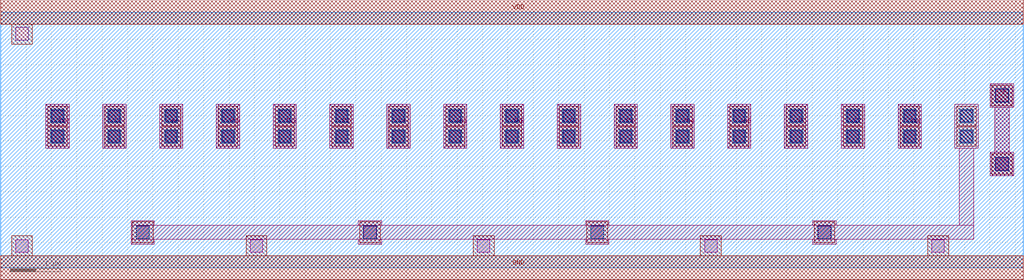
<source format=lef>
# LEF file generated by lefgen from LibreSilicon version 0.1
#

VERSION 5.4 ;
NAMESCASESENSITIVE ON ;
BUSBITCHARS "[]" ;
DIVIDERCHAR "/" ;
UNITS
  DATABASE MICRONS 1000 ;
END UNITS

USEMINSPACING OBS ON ;
USEMINSPACING PIN OFF ;
CLEARANCEMEASURE EUCLIDEAN ;


MANUFACTURINGGRID 0.005 ;

LAYER nwell
  TYPE	MASTERSLICE ;
END nwell

LAYER nactive
  TYPE	MASTERSLICE ;
END nactive

LAYER pactive
  TYPE	MASTERSLICE ;
END pactive

LAYER poly
  TYPE	MASTERSLICE ;
END poly

LAYER cc
  TYPE	CUT ;
  SPACING	0.9 ;
END cc

LAYER metal1
  TYPE		ROUTING ;
  DIRECTION	HORIZONTAL ;
  PITCH		3  ;
  OFFSET	1.5 ;
  WIDTH		0.9 ;
  SPACING	0.9 ;
  RESISTANCE	RPERSQ 0.09 ;
  CAPACITANCE	CPERSQDIST 3.2e-05 ;
END metal1

LAYER via
  TYPE	CUT ;
  SPACING	0.9 ;
END via

LAYER metal2
  TYPE		ROUTING ;
  DIRECTION	VERTICAL ;
  PITCH		2.4  ;
  OFFSET	1.2 ;
  WIDTH		0.9 ;
  SPACING	0.9 ;
  RESISTANCE	RPERSQ 0.09 ;
  CAPACITANCE	CPERSQDIST 1.6e-05 ;
END metal2

LAYER via2
  TYPE	CUT ;
  SPACING	0.9 ;
END via2

LAYER metal3
  TYPE		ROUTING ;
  DIRECTION	HORIZONTAL ;
  PITCH		3  ;
  OFFSET	1.5 ;
  WIDTH		1.5 ;
  SPACING	0.9 ;
  RESISTANCE	RPERSQ 0.05 ;
  CAPACITANCE	CPERSQDIST 1e-05 ;
END metal3

SPACING
  SAMENET cc  via	0.150 ;
  SAMENET via  via2	0.150 ;
END SPACING

VIA M2_M1 DEFAULT
  LAYER metal1 ;
    RECT -0.600 -0.600 0.600 0.600 ;
  LAYER via ;
    RECT -0.300 -0.300 0.300 0.300 ;
  LAYER metal2 ;
    RECT -0.600 -0.600 0.600 0.600 ;
END M2_M1

VIA M3_M2 DEFAULT
  LAYER metal2 ;
    RECT -0.600 -0.600 0.600 0.600 ;
  LAYER via2 ;
    RECT -0.300 -0.300 0.300 0.300 ;
  LAYER metal3 ;
    RECT -0.900 -0.900 0.900 0.900 ;
END M3_M2


VIARULE viagen21 GENERATE
  LAYER metal1 ;
    DIRECTION HORIZONTAL ;
    WIDTH 1.2 TO 120 ;
    OVERHANG 0.3 ;
    METALOVERHANG 0 ;
  LAYER metal2 ;
    DIRECTION VERTICAL ;
    WIDTH 1.2 TO 120 ;
    OVERHANG 0.3 ;
    METALOVERHANG 0 ;
  LAYER via ;
    RECT -0.3 -0.3 0.3 0.3 ;
    SPACING 1.5 BY 1.5 ;
END viagen21

VIARULE viagen32 GENERATE
  LAYER metal3 ;
    DIRECTION HORIZONTAL ;
    WIDTH 1.8 TO 180 ;
    OVERHANG 0.6 ;
    METALOVERHANG 0 ;
  LAYER metal2 ;
    DIRECTION VERTICAL ;
    WIDTH 1.2 TO 120 ;
    OVERHANG 0.6 ;
    METALOVERHANG 0 ;
  LAYER via2 ;
    RECT -0.3 -0.3 0.3 0.3 ;
    SPACING 2.1 BY 2.1 ;
END viagen32

VIARULE TURN1 GENERATE
  LAYER metal1 ;
    DIRECTION HORIZONTAL ;
  LAYER metal1 ;
    DIRECTION VERTICAL ;
END TURN1

VIARULE TURN2 GENERATE
  LAYER metal2 ;
    DIRECTION HORIZONTAL ;
  LAYER metal2 ;
    DIRECTION VERTICAL ;
END TURN2

VIARULE TURN3 GENERATE
  LAYER metal3 ;
    DIRECTION HORIZONTAL ;
  LAYER metal3 ;
    DIRECTION VERTICAL ;
END TURN3

SITE  corner
    CLASS	PAD ;
    SYMMETRY	R90 Y ;
    SIZE	300.000 BY 300.000 ;
END  corner

SITE  IO
    CLASS	PAD ;
    SYMMETRY	Y ;
    SIZE	90.000 BY 300.000 ;
END  IO

SITE  core
    CLASS	CORE ;
    SYMMETRY	Y ;
    SIZE	2.400 BY 30.000 ;
END  core

MACRO AAAAOI3322
 CLASS CORE ;
 FOREIGN AAAAOI3322 0 0 ;
 SIZE 13.44 BY 5.04 ;
 ORIGIN 0 0 ;
 SYMMETRY X Y R90 ;
 SITE unit ;
  PIN VDD
   DIRECTION INOUT ;
   USE POWER ;
   SHAPE ABUTMENT ;
    PORT
     CLASS CORE ;
       LAYER met1 ;
        RECT 0.00000000 4.80000000 13.44000000 5.28000000 ;
    END
  END VDD

  PIN GND
   DIRECTION INOUT ;
   USE POWER ;
   SHAPE ABUTMENT ;
    PORT
     CLASS CORE ;
       LAYER met1 ;
        RECT 0.00000000 -0.24000000 13.44000000 0.24000000 ;
    END
  END GND

  PIN Y
   DIRECTION INOUT ;
   USE SIGNAL ;
   SHAPE ABUTMENT ;
    PORT
     CLASS CORE ;
       LAYER met2 ;
        RECT 0.19000000 1.81700000 0.65000000 2.27700000 ;
        RECT 0.28000000 2.27700000 0.56000000 3.16700000 ;
        RECT 0.19000000 3.16700000 0.65000000 3.62700000 ;
    END
  END Y

  PIN D
   DIRECTION INOUT ;
   USE SIGNAL ;
   SHAPE ABUTMENT ;
    PORT
     CLASS CORE ;
       LAYER met2 ;
        RECT 8.73000000 3.03200000 9.19000000 3.49200000 ;
    END
  END D

  PIN C1
   DIRECTION INOUT ;
   USE SIGNAL ;
   SHAPE ABUTMENT ;
    PORT
     CLASS CORE ;
       LAYER met2 ;
        RECT 10.97000000 3.03200000 11.43000000 3.49200000 ;
    END
  END C1

  PIN B2
   DIRECTION INOUT ;
   USE SIGNAL ;
   SHAPE ABUTMENT ;
    PORT
     CLASS CORE ;
       LAYER met2 ;
        RECT 4.25000000 2.35700000 4.71000000 3.22200000 ;
    END
  END B2

  PIN B1
   DIRECTION INOUT ;
   USE SIGNAL ;
   SHAPE ABUTMENT ;
    PORT
     CLASS CORE ;
       LAYER met2 ;
        RECT 5.37000000 2.35700000 5.83000000 3.22200000 ;
    END
  END B1

  PIN C
   DIRECTION INOUT ;
   USE SIGNAL ;
   SHAPE ABUTMENT ;
    PORT
     CLASS CORE ;
       LAYER met2 ;
        RECT 12.09000000 2.35700000 12.55000000 2.44700000 ;
        RECT 7.70000000 2.44700000 12.55000000 2.72700000 ;
        RECT 7.70000000 2.72700000 8.07000000 2.76200000 ;
        RECT 12.09000000 2.72700000 12.55000000 2.81700000 ;
        RECT 7.61000000 2.76200000 8.07000000 3.22200000 ;
    END
  END C

  PIN A
   DIRECTION INOUT ;
   USE SIGNAL ;
   SHAPE ABUTMENT ;
    PORT
     CLASS CORE ;
       LAYER met2 ;
        RECT 0.89000000 2.35700000 1.35000000 3.22200000 ;
    END
  END A

  PIN A2
   DIRECTION INOUT ;
   USE SIGNAL ;
   SHAPE ABUTMENT ;
    PORT
     CLASS CORE ;
       LAYER met2 ;
        RECT 3.13000000 2.35700000 3.59000000 3.22200000 ;
    END
  END A2

  PIN B
   DIRECTION INOUT ;
   USE SIGNAL ;
   SHAPE ABUTMENT ;
    PORT
     CLASS CORE ;
       LAYER met2 ;
        RECT 6.49000000 2.35700000 6.95000000 3.22200000 ;
    END
  END B

  PIN A1
   DIRECTION INOUT ;
   USE SIGNAL ;
   SHAPE ABUTMENT ;
    PORT
     CLASS CORE ;
       LAYER met2 ;
        RECT 2.01000000 2.35700000 2.47000000 3.22200000 ;
    END
  END A1

  PIN D1
   DIRECTION INOUT ;
   USE SIGNAL ;
   SHAPE ABUTMENT ;
    PORT
     CLASS CORE ;
       LAYER met2 ;
        RECT 9.85000000 3.03200000 10.31000000 3.49200000 ;
    END
  END D1

 OBS
    LAYER polycont ;
     RECT 1.01000000 2.47700000 1.23000000 2.69700000 ;
     RECT 2.13000000 2.47700000 2.35000000 2.69700000 ;
     RECT 3.25000000 2.47700000 3.47000000 2.69700000 ;
     RECT 4.37000000 2.47700000 4.59000000 2.69700000 ;
     RECT 5.49000000 2.47700000 5.71000000 2.69700000 ;
     RECT 6.61000000 2.47700000 6.83000000 2.69700000 ;
     RECT 8.85000000 2.47700000 9.07000000 2.69700000 ;
     RECT 9.97000000 2.47700000 10.19000000 2.69700000 ;
     RECT 11.09000000 2.47700000 11.31000000 2.69700000 ;
     RECT 12.21000000 2.47700000 12.43000000 2.69700000 ;
     RECT 1.01000000 2.88200000 1.23000000 3.10200000 ;
     RECT 2.13000000 2.88200000 2.35000000 3.10200000 ;
     RECT 3.25000000 2.88200000 3.47000000 3.10200000 ;
     RECT 4.37000000 2.88200000 4.59000000 3.10200000 ;
     RECT 5.49000000 2.88200000 5.71000000 3.10200000 ;
     RECT 6.61000000 2.88200000 6.83000000 3.10200000 ;
     RECT 7.73000000 2.88200000 7.95000000 3.10200000 ;
     RECT 8.85000000 2.88200000 9.07000000 3.10200000 ;
     RECT 9.97000000 2.88200000 10.19000000 3.10200000 ;
     RECT 11.09000000 2.88200000 11.31000000 3.10200000 ;

    LAYER pdiffc ;
     RECT 0.29500000 3.27200000 0.54500000 3.52200000 ;
     RECT 11.77500000 3.27200000 12.02500000 3.52200000 ;

    LAYER ndiffc ;
     RECT 3.79500000 0.30200000 4.04500000 0.55200000 ;
     RECT 10.51500000 0.30200000 10.76500000 0.55200000 ;
     RECT 0.29500000 1.92200000 0.54500000 2.17200000 ;
     RECT 12.89500000 1.92200000 13.14500000 2.17200000 ;

    LAYER met1 ;
     RECT 0.00000000 -0.24000000 13.44000000 0.24000000 ;
     RECT 3.71500000 0.24000000 4.12500000 0.63200000 ;
     RECT 10.43500000 0.24000000 10.84500000 0.63200000 ;
     RECT 0.21500000 1.84200000 0.62500000 2.25200000 ;
     RECT 12.81500000 1.84200000 13.22500000 2.25200000 ;
     RECT 0.93000000 2.39700000 1.31000000 2.77700000 ;
     RECT 2.05000000 2.39700000 2.43000000 2.77700000 ;
     RECT 3.17000000 2.39700000 3.55000000 2.77700000 ;
     RECT 4.29000000 2.39700000 4.67000000 2.77700000 ;
     RECT 5.41000000 2.39700000 5.79000000 2.77700000 ;
     RECT 6.53000000 2.39700000 6.91000000 2.77700000 ;
     RECT 12.13000000 2.39700000 12.51000000 2.77700000 ;
     RECT 0.93000000 2.80200000 1.31000000 3.18200000 ;
     RECT 2.05000000 2.80200000 2.43000000 3.18200000 ;
     RECT 3.17000000 2.80200000 3.55000000 3.18200000 ;
     RECT 4.29000000 2.80200000 4.67000000 3.18200000 ;
     RECT 5.41000000 2.80200000 5.79000000 3.18200000 ;
     RECT 6.53000000 2.80200000 6.91000000 3.18200000 ;
     RECT 7.65000000 2.80200000 8.03000000 3.18200000 ;
     RECT 8.77000000 2.39700000 9.15000000 3.45200000 ;
     RECT 9.89000000 2.39700000 10.27000000 3.45200000 ;
     RECT 11.01000000 2.39700000 11.39000000 3.45200000 ;
     RECT 0.21500000 3.19200000 0.62500000 3.60200000 ;
     RECT 11.69500000 3.19200000 12.10500000 3.60200000 ;
     RECT 0.00000000 4.80000000 13.44000000 5.28000000 ;

    LAYER via1 ;
     RECT 0.29000000 1.91700000 0.55000000 2.17700000 ;
     RECT 12.89000000 1.91700000 13.15000000 2.17700000 ;
     RECT 0.99000000 2.45700000 1.25000000 2.71700000 ;
     RECT 2.11000000 2.45700000 2.37000000 2.71700000 ;
     RECT 3.23000000 2.45700000 3.49000000 2.71700000 ;
     RECT 4.35000000 2.45700000 4.61000000 2.71700000 ;
     RECT 5.47000000 2.45700000 5.73000000 2.71700000 ;
     RECT 6.59000000 2.45700000 6.85000000 2.71700000 ;
     RECT 12.19000000 2.45700000 12.45000000 2.71700000 ;
     RECT 0.99000000 2.86200000 1.25000000 3.12200000 ;
     RECT 2.11000000 2.86200000 2.37000000 3.12200000 ;
     RECT 3.23000000 2.86200000 3.49000000 3.12200000 ;
     RECT 4.35000000 2.86200000 4.61000000 3.12200000 ;
     RECT 5.47000000 2.86200000 5.73000000 3.12200000 ;
     RECT 6.59000000 2.86200000 6.85000000 3.12200000 ;
     RECT 7.71000000 2.86200000 7.97000000 3.12200000 ;
     RECT 8.83000000 3.13200000 9.09000000 3.39200000 ;
     RECT 9.95000000 3.13200000 10.21000000 3.39200000 ;
     RECT 11.07000000 3.13200000 11.33000000 3.39200000 ;
     RECT 0.29000000 3.26700000 0.55000000 3.52700000 ;
     RECT 11.77000000 3.26700000 12.03000000 3.52700000 ;

    LAYER met2 ;
     RECT 0.89000000 2.35700000 1.35000000 3.22200000 ;
     RECT 2.01000000 2.35700000 2.47000000 3.22200000 ;
     RECT 3.13000000 2.35700000 3.59000000 3.22200000 ;
     RECT 4.25000000 2.35700000 4.71000000 3.22200000 ;
     RECT 5.37000000 2.35700000 5.83000000 3.22200000 ;
     RECT 6.49000000 2.35700000 6.95000000 3.22200000 ;
     RECT 12.09000000 2.35700000 12.55000000 2.44700000 ;
     RECT 7.70000000 2.44700000 12.55000000 2.72700000 ;
     RECT 7.70000000 2.72700000 8.07000000 2.76200000 ;
     RECT 12.09000000 2.72700000 12.55000000 2.81700000 ;
     RECT 7.61000000 2.76200000 8.07000000 3.22200000 ;
     RECT 8.73000000 3.03200000 9.19000000 3.49200000 ;
     RECT 9.85000000 3.03200000 10.31000000 3.49200000 ;
     RECT 10.97000000 3.03200000 11.43000000 3.49200000 ;
     RECT 0.19000000 1.81700000 0.65000000 2.27700000 ;
     RECT 0.28000000 2.27700000 0.56000000 3.16700000 ;
     RECT 0.19000000 3.16700000 0.65000000 3.62700000 ;
     RECT 12.79000000 1.81700000 13.25000000 2.27700000 ;
     RECT 11.67000000 3.16700000 12.13000000 3.25700000 ;
     RECT 12.88000000 2.27700000 13.16000000 3.25700000 ;
     RECT 11.67000000 3.25700000 13.16000000 3.53700000 ;
     RECT 11.67000000 3.53700000 12.13000000 3.62700000 ;

 END
END AAAAOI3322

MACRO AAAOAI3221
 CLASS CORE ;
 FOREIGN AAAOAI3221 0 0 ;
 SIZE 11.200000000000001 BY 5.04 ;
 ORIGIN 0 0 ;
 SYMMETRY X Y R90 ;
 SITE unit ;
  PIN VDD
   DIRECTION INOUT ;
   USE POWER ;
   SHAPE ABUTMENT ;
    PORT
     CLASS CORE ;
       LAYER met1 ;
        RECT 0.00000000 4.80000000 11.20000000 5.28000000 ;
    END
  END VDD

  PIN GND
   DIRECTION INOUT ;
   USE POWER ;
   SHAPE ABUTMENT ;
    PORT
     CLASS CORE ;
       LAYER met1 ;
        RECT 0.00000000 -0.24000000 11.20000000 0.24000000 ;
    END
  END GND

  PIN Y
   DIRECTION INOUT ;
   USE SIGNAL ;
   SHAPE ABUTMENT ;
    PORT
     CLASS CORE ;
       LAYER met2 ;
        RECT 10.55000000 1.81700000 11.01000000 2.27700000 ;
        RECT 10.64000000 2.27700000 10.92000000 3.16700000 ;
        RECT 10.55000000 3.16700000 11.01000000 3.62700000 ;
    END
  END Y

  PIN A2
   DIRECTION INOUT ;
   USE SIGNAL ;
   SHAPE ABUTMENT ;
    PORT
     CLASS CORE ;
       LAYER met2 ;
        RECT 7.61000000 2.35700000 8.07000000 3.22200000 ;
    END
  END A2

  PIN A
   DIRECTION INOUT ;
   USE SIGNAL ;
   SHAPE ABUTMENT ;
    PORT
     CLASS CORE ;
       LAYER met2 ;
        RECT 9.85000000 2.35700000 10.31000000 3.22200000 ;
    END
  END A

  PIN C
   DIRECTION INOUT ;
   USE SIGNAL ;
   SHAPE ABUTMENT ;
    PORT
     CLASS CORE ;
       LAYER met2 ;
        RECT 3.13000000 2.35700000 3.59000000 3.22200000 ;
    END
  END C

  PIN B1
   DIRECTION INOUT ;
   USE SIGNAL ;
   SHAPE ABUTMENT ;
    PORT
     CLASS CORE ;
       LAYER met2 ;
        RECT 6.49000000 2.35700000 6.95000000 3.22200000 ;
    END
  END B1

  PIN A1
   DIRECTION INOUT ;
   USE SIGNAL ;
   SHAPE ABUTMENT ;
    PORT
     CLASS CORE ;
       LAYER met2 ;
        RECT 8.73000000 2.35700000 9.19000000 3.22200000 ;
    END
  END A1

  PIN C1
   DIRECTION INOUT ;
   USE SIGNAL ;
   SHAPE ABUTMENT ;
    PORT
     CLASS CORE ;
       LAYER met2 ;
        RECT 2.01000000 2.35700000 2.47000000 3.22200000 ;
    END
  END C1

  PIN B
   DIRECTION INOUT ;
   USE SIGNAL ;
   SHAPE ABUTMENT ;
    PORT
     CLASS CORE ;
       LAYER met2 ;
        RECT 5.37000000 2.35700000 5.83000000 3.22200000 ;
    END
  END B

  PIN D
   DIRECTION INOUT ;
   USE SIGNAL ;
   SHAPE ABUTMENT ;
    PORT
     CLASS CORE ;
       LAYER met2 ;
        RECT 0.89000000 2.35700000 1.35000000 3.22200000 ;
    END
  END D

 OBS
    LAYER polycont ;
     RECT 1.01000000 2.47700000 1.23000000 2.69700000 ;
     RECT 2.13000000 2.47700000 2.35000000 2.69700000 ;
     RECT 3.25000000 2.47700000 3.47000000 2.69700000 ;
     RECT 5.49000000 2.47700000 5.71000000 2.69700000 ;
     RECT 6.61000000 2.47700000 6.83000000 2.69700000 ;
     RECT 7.73000000 2.47700000 7.95000000 2.69700000 ;
     RECT 8.85000000 2.47700000 9.07000000 2.69700000 ;
     RECT 9.97000000 2.47700000 10.19000000 2.69700000 ;
     RECT 1.01000000 2.88200000 1.23000000 3.10200000 ;
     RECT 2.13000000 2.88200000 2.35000000 3.10200000 ;
     RECT 3.25000000 2.88200000 3.47000000 3.10200000 ;
     RECT 5.49000000 2.88200000 5.71000000 3.10200000 ;
     RECT 6.61000000 2.88200000 6.83000000 3.10200000 ;
     RECT 7.73000000 2.88200000 7.95000000 3.10200000 ;
     RECT 8.85000000 2.88200000 9.07000000 3.10200000 ;
     RECT 9.97000000 2.88200000 10.19000000 3.10200000 ;

    LAYER pdiffc ;
     RECT 0.29500000 3.27200000 0.54500000 3.52200000 ;
     RECT 4.77500000 3.27200000 5.02500000 3.52200000 ;
     RECT 10.65500000 3.27200000 10.90500000 3.52200000 ;
     RECT 3.93500000 4.48700000 4.18500000 4.73700000 ;

    LAYER ndiffc ;
     RECT 0.29500000 0.30200000 0.54500000 0.55200000 ;
     RECT 1.55500000 0.57200000 1.80500000 0.82200000 ;
     RECT 7.15500000 0.57200000 7.40500000 0.82200000 ;
     RECT 4.77500000 1.92200000 5.02500000 2.17200000 ;
     RECT 10.65500000 1.92200000 10.90500000 2.17200000 ;

    LAYER met1 ;
     RECT 0.00000000 -0.24000000 11.20000000 0.24000000 ;
     RECT 0.21500000 0.24000000 0.62500000 0.63200000 ;
     RECT 1.47500000 0.49200000 1.88500000 0.90200000 ;
     RECT 7.07500000 0.49200000 7.48500000 0.90200000 ;
     RECT 4.69500000 1.84200000 5.10500000 2.25200000 ;
     RECT 10.57500000 1.84200000 10.98500000 2.25200000 ;
     RECT 0.93000000 2.39700000 1.31000000 2.77700000 ;
     RECT 2.05000000 2.39700000 2.43000000 2.77700000 ;
     RECT 3.17000000 2.39700000 3.55000000 2.77700000 ;
     RECT 5.41000000 2.39700000 5.79000000 2.77700000 ;
     RECT 6.53000000 2.39700000 6.91000000 2.77700000 ;
     RECT 7.65000000 2.39700000 8.03000000 2.77700000 ;
     RECT 8.77000000 2.39700000 9.15000000 2.77700000 ;
     RECT 9.89000000 2.39700000 10.27000000 2.77700000 ;
     RECT 0.93000000 2.80200000 1.31000000 3.18200000 ;
     RECT 2.05000000 2.80200000 2.43000000 3.18200000 ;
     RECT 3.17000000 2.80200000 3.55000000 3.18200000 ;
     RECT 5.41000000 2.80200000 5.79000000 3.18200000 ;
     RECT 6.53000000 2.80200000 6.91000000 3.18200000 ;
     RECT 7.65000000 2.80200000 8.03000000 3.18200000 ;
     RECT 8.77000000 2.80200000 9.15000000 3.18200000 ;
     RECT 9.89000000 2.80200000 10.27000000 3.18200000 ;
     RECT 0.21500000 3.19200000 0.62500000 3.60200000 ;
     RECT 4.69500000 3.19200000 5.10500000 3.60200000 ;
     RECT 10.57500000 3.19200000 10.98500000 3.60200000 ;
     RECT 3.85500000 4.40700000 4.26500000 4.80000000 ;
     RECT 0.00000000 4.80000000 11.20000000 5.28000000 ;

    LAYER via1 ;
     RECT 1.55000000 0.56700000 1.81000000 0.82700000 ;
     RECT 7.15000000 0.56700000 7.41000000 0.82700000 ;
     RECT 4.77000000 1.91700000 5.03000000 2.17700000 ;
     RECT 10.65000000 1.91700000 10.91000000 2.17700000 ;
     RECT 0.99000000 2.45700000 1.25000000 2.71700000 ;
     RECT 2.11000000 2.45700000 2.37000000 2.71700000 ;
     RECT 3.23000000 2.45700000 3.49000000 2.71700000 ;
     RECT 5.47000000 2.45700000 5.73000000 2.71700000 ;
     RECT 6.59000000 2.45700000 6.85000000 2.71700000 ;
     RECT 7.71000000 2.45700000 7.97000000 2.71700000 ;
     RECT 8.83000000 2.45700000 9.09000000 2.71700000 ;
     RECT 9.95000000 2.45700000 10.21000000 2.71700000 ;
     RECT 0.99000000 2.86200000 1.25000000 3.12200000 ;
     RECT 2.11000000 2.86200000 2.37000000 3.12200000 ;
     RECT 3.23000000 2.86200000 3.49000000 3.12200000 ;
     RECT 5.47000000 2.86200000 5.73000000 3.12200000 ;
     RECT 6.59000000 2.86200000 6.85000000 3.12200000 ;
     RECT 7.71000000 2.86200000 7.97000000 3.12200000 ;
     RECT 8.83000000 2.86200000 9.09000000 3.12200000 ;
     RECT 9.95000000 2.86200000 10.21000000 3.12200000 ;
     RECT 0.29000000 3.26700000 0.55000000 3.52700000 ;
     RECT 4.77000000 3.26700000 5.03000000 3.52700000 ;
     RECT 10.65000000 3.26700000 10.91000000 3.52700000 ;

    LAYER met2 ;
     RECT 0.89000000 2.35700000 1.35000000 3.22200000 ;
     RECT 2.01000000 2.35700000 2.47000000 3.22200000 ;
     RECT 3.13000000 2.35700000 3.59000000 3.22200000 ;
     RECT 5.37000000 2.35700000 5.83000000 3.22200000 ;
     RECT 6.49000000 2.35700000 6.95000000 3.22200000 ;
     RECT 7.61000000 2.35700000 8.07000000 3.22200000 ;
     RECT 8.73000000 2.35700000 9.19000000 3.22200000 ;
     RECT 9.85000000 2.35700000 10.31000000 3.22200000 ;
     RECT 1.45000000 0.46700000 1.91000000 0.55700000 ;
     RECT 7.05000000 0.46700000 7.51000000 0.55700000 ;
     RECT 0.28000000 0.55700000 7.51000000 0.83700000 ;
     RECT 1.45000000 0.83700000 1.91000000 0.92700000 ;
     RECT 7.05000000 0.83700000 7.51000000 0.92700000 ;
     RECT 0.28000000 0.83700000 0.56000000 3.16700000 ;
     RECT 0.19000000 3.16700000 0.65000000 3.62700000 ;
     RECT 4.67000000 1.81700000 5.13000000 2.27700000 ;
     RECT 4.76000000 2.27700000 5.04000000 3.16700000 ;
     RECT 4.67000000 3.16700000 5.13000000 3.62700000 ;
     RECT 10.55000000 1.81700000 11.01000000 2.27700000 ;
     RECT 10.64000000 2.27700000 10.92000000 3.16700000 ;
     RECT 10.55000000 3.16700000 11.01000000 3.62700000 ;

 END
END AAAOAI3221

MACRO AAAOAOI33311
 CLASS CORE ;
 FOREIGN AAAOAOI33311 0 0 ;
 SIZE 14.56 BY 5.04 ;
 ORIGIN 0 0 ;
 SYMMETRY X Y R90 ;
 SITE unit ;
  PIN VDD
   DIRECTION INOUT ;
   USE POWER ;
   SHAPE ABUTMENT ;
    PORT
     CLASS CORE ;
       LAYER met1 ;
        RECT 0.00000000 4.80000000 14.56000000 5.28000000 ;
    END
  END VDD

  PIN GND
   DIRECTION INOUT ;
   USE POWER ;
   SHAPE ABUTMENT ;
    PORT
     CLASS CORE ;
       LAYER met1 ;
        RECT 0.00000000 -0.24000000 14.56000000 0.24000000 ;
    END
  END GND

  PIN Y
   DIRECTION INOUT ;
   USE SIGNAL ;
   SHAPE ABUTMENT ;
    PORT
     CLASS CORE ;
       LAYER met2 ;
        RECT 0.19000000 1.81700000 0.65000000 2.27700000 ;
        RECT 0.28000000 2.27700000 0.56000000 3.16700000 ;
        RECT 0.19000000 3.16700000 0.65000000 3.62700000 ;
    END
  END Y

  PIN C2
   DIRECTION INOUT ;
   USE SIGNAL ;
   SHAPE ABUTMENT ;
    PORT
     CLASS CORE ;
       LAYER met2 ;
        RECT 10.55000000 2.35700000 11.01000000 2.81700000 ;
        RECT 7.61000000 2.76200000 8.07000000 3.12200000 ;
        RECT 10.64000000 2.81700000 10.92000000 3.12200000 ;
        RECT 7.61000000 3.12200000 10.92000000 3.22200000 ;
        RECT 7.70000000 3.22200000 10.92000000 3.40200000 ;
    END
  END C2

  PIN B1
   DIRECTION INOUT ;
   USE SIGNAL ;
   SHAPE ABUTMENT ;
    PORT
     CLASS CORE ;
       LAYER met2 ;
        RECT 5.37000000 2.35700000 5.83000000 3.22200000 ;
    END
  END B1

  PIN C
   DIRECTION INOUT ;
   USE SIGNAL ;
   SHAPE ABUTMENT ;
    PORT
     CLASS CORE ;
       LAYER met2 ;
        RECT 8.73000000 2.35700000 9.19000000 2.81700000 ;
    END
  END C

  PIN A
   DIRECTION INOUT ;
   USE SIGNAL ;
   SHAPE ABUTMENT ;
    PORT
     CLASS CORE ;
       LAYER met2 ;
        RECT 0.89000000 2.35700000 1.35000000 3.22200000 ;
    END
  END A

  PIN B
   DIRECTION INOUT ;
   USE SIGNAL ;
   SHAPE ABUTMENT ;
    PORT
     CLASS CORE ;
       LAYER met2 ;
        RECT 6.49000000 2.35700000 6.95000000 3.22200000 ;
    END
  END B

  PIN B2
   DIRECTION INOUT ;
   USE SIGNAL ;
   SHAPE ABUTMENT ;
    PORT
     CLASS CORE ;
       LAYER met2 ;
        RECT 4.25000000 2.35700000 4.71000000 3.22200000 ;
    END
  END B2

  PIN A1
   DIRECTION INOUT ;
   USE SIGNAL ;
   SHAPE ABUTMENT ;
    PORT
     CLASS CORE ;
       LAYER met2 ;
        RECT 2.01000000 2.35700000 2.47000000 3.22200000 ;
    END
  END A1

  PIN D
   DIRECTION INOUT ;
   USE SIGNAL ;
   SHAPE ABUTMENT ;
    PORT
     CLASS CORE ;
       LAYER met2 ;
        RECT 12.09000000 2.35700000 12.55000000 3.22200000 ;
    END
  END D

  PIN E
   DIRECTION INOUT ;
   USE SIGNAL ;
   SHAPE ABUTMENT ;
    PORT
     CLASS CORE ;
       LAYER met2 ;
        RECT 13.21000000 2.35700000 13.67000000 3.22200000 ;
    END
  END E

  PIN C1
   DIRECTION INOUT ;
   USE SIGNAL ;
   SHAPE ABUTMENT ;
    PORT
     CLASS CORE ;
       LAYER met2 ;
        RECT 9.85000000 2.35700000 10.31000000 2.81700000 ;
    END
  END C1

  PIN A2
   DIRECTION INOUT ;
   USE SIGNAL ;
   SHAPE ABUTMENT ;
    PORT
     CLASS CORE ;
       LAYER met2 ;
        RECT 3.13000000 2.35700000 3.59000000 3.22200000 ;
    END
  END A2

 OBS
    LAYER polycont ;
     RECT 1.01000000 2.47700000 1.23000000 2.69700000 ;
     RECT 2.13000000 2.47700000 2.35000000 2.69700000 ;
     RECT 3.25000000 2.47700000 3.47000000 2.69700000 ;
     RECT 4.37000000 2.47700000 4.59000000 2.69700000 ;
     RECT 5.49000000 2.47700000 5.71000000 2.69700000 ;
     RECT 6.61000000 2.47700000 6.83000000 2.69700000 ;
     RECT 8.85000000 2.47700000 9.07000000 2.69700000 ;
     RECT 9.97000000 2.47700000 10.19000000 2.69700000 ;
     RECT 11.09000000 2.47700000 11.31000000 2.69700000 ;
     RECT 12.21000000 2.47700000 12.43000000 2.69700000 ;
     RECT 13.33000000 2.47700000 13.55000000 2.69700000 ;
     RECT 1.01000000 2.88200000 1.23000000 3.10200000 ;
     RECT 2.13000000 2.88200000 2.35000000 3.10200000 ;
     RECT 3.25000000 2.88200000 3.47000000 3.10200000 ;
     RECT 4.37000000 2.88200000 4.59000000 3.10200000 ;
     RECT 5.49000000 2.88200000 5.71000000 3.10200000 ;
     RECT 6.61000000 2.88200000 6.83000000 3.10200000 ;
     RECT 7.73000000 2.88200000 7.95000000 3.10200000 ;
     RECT 8.85000000 2.88200000 9.07000000 3.10200000 ;
     RECT 9.97000000 2.88200000 10.19000000 3.10200000 ;
     RECT 12.21000000 2.88200000 12.43000000 3.10200000 ;
     RECT 13.33000000 2.88200000 13.55000000 3.10200000 ;

    LAYER pdiffc ;
     RECT 0.29500000 3.27200000 0.54500000 3.52200000 ;
     RECT 11.49500000 3.27200000 11.74500000 3.52200000 ;
     RECT 10.65500000 3.94700000 10.90500000 4.19700000 ;
     RECT 14.01500000 4.48700000 14.26500000 4.73700000 ;

    LAYER ndiffc ;
     RECT 12.75500000 0.30200000 13.00500000 0.55200000 ;
     RECT 3.79500000 0.57200000 4.04500000 0.82200000 ;
     RECT 11.63500000 0.57200000 11.88500000 0.82200000 ;
     RECT 0.29500000 1.92200000 0.54500000 2.17200000 ;
     RECT 14.01500000 1.92200000 14.26500000 2.17200000 ;

    LAYER met1 ;
     RECT 0.00000000 -0.24000000 14.56000000 0.24000000 ;
     RECT 12.67500000 0.24000000 13.08500000 0.63200000 ;
     RECT 3.71500000 0.49200000 4.12500000 0.90200000 ;
     RECT 11.55500000 0.49200000 11.96500000 0.90200000 ;
     RECT 0.21500000 1.84200000 0.62500000 2.25200000 ;
     RECT 13.93500000 1.84200000 14.34500000 2.25200000 ;
     RECT 0.93000000 2.39700000 1.31000000 2.77700000 ;
     RECT 2.05000000 2.39700000 2.43000000 2.77700000 ;
     RECT 3.17000000 2.39700000 3.55000000 2.77700000 ;
     RECT 4.29000000 2.39700000 4.67000000 2.77700000 ;
     RECT 5.41000000 2.39700000 5.79000000 2.77700000 ;
     RECT 6.53000000 2.39700000 6.91000000 2.77700000 ;
     RECT 10.59000000 2.39700000 11.39000000 2.77700000 ;
     RECT 12.13000000 2.39700000 12.51000000 2.77700000 ;
     RECT 13.25000000 2.39700000 13.63000000 2.77700000 ;
     RECT 0.93000000 2.80200000 1.31000000 3.18200000 ;
     RECT 2.05000000 2.80200000 2.43000000 3.18200000 ;
     RECT 3.17000000 2.80200000 3.55000000 3.18200000 ;
     RECT 4.29000000 2.80200000 4.67000000 3.18200000 ;
     RECT 5.41000000 2.80200000 5.79000000 3.18200000 ;
     RECT 6.53000000 2.80200000 6.91000000 3.18200000 ;
     RECT 7.65000000 2.80200000 8.03000000 3.18200000 ;
     RECT 8.77000000 2.39700000 9.15000000 3.18200000 ;
     RECT 9.89000000 2.39700000 10.27000000 3.18200000 ;
     RECT 12.13000000 2.80200000 12.51000000 3.18200000 ;
     RECT 13.25000000 2.80200000 13.63000000 3.18200000 ;
     RECT 0.21500000 3.19200000 0.62500000 3.60200000 ;
     RECT 11.41500000 3.19200000 11.82500000 3.60200000 ;
     RECT 10.57500000 3.86700000 10.98500000 4.27700000 ;
     RECT 13.93500000 4.40700000 14.34500000 4.80000000 ;
     RECT 0.00000000 4.80000000 14.56000000 5.28000000 ;

    LAYER via1 ;
     RECT 3.79000000 0.56700000 4.05000000 0.82700000 ;
     RECT 11.63000000 0.56700000 11.89000000 0.82700000 ;
     RECT 0.29000000 1.91700000 0.55000000 2.17700000 ;
     RECT 14.01000000 1.91700000 14.27000000 2.17700000 ;
     RECT 0.99000000 2.45700000 1.25000000 2.71700000 ;
     RECT 2.11000000 2.45700000 2.37000000 2.71700000 ;
     RECT 3.23000000 2.45700000 3.49000000 2.71700000 ;
     RECT 4.35000000 2.45700000 4.61000000 2.71700000 ;
     RECT 5.47000000 2.45700000 5.73000000 2.71700000 ;
     RECT 6.59000000 2.45700000 6.85000000 2.71700000 ;
     RECT 8.83000000 2.45700000 9.09000000 2.71700000 ;
     RECT 9.95000000 2.45700000 10.21000000 2.71700000 ;
     RECT 10.65000000 2.45700000 10.91000000 2.71700000 ;
     RECT 12.19000000 2.45700000 12.45000000 2.71700000 ;
     RECT 13.31000000 2.45700000 13.57000000 2.71700000 ;
     RECT 0.99000000 2.86200000 1.25000000 3.12200000 ;
     RECT 2.11000000 2.86200000 2.37000000 3.12200000 ;
     RECT 3.23000000 2.86200000 3.49000000 3.12200000 ;
     RECT 4.35000000 2.86200000 4.61000000 3.12200000 ;
     RECT 5.47000000 2.86200000 5.73000000 3.12200000 ;
     RECT 6.59000000 2.86200000 6.85000000 3.12200000 ;
     RECT 7.71000000 2.86200000 7.97000000 3.12200000 ;
     RECT 12.19000000 2.86200000 12.45000000 3.12200000 ;
     RECT 13.31000000 2.86200000 13.57000000 3.12200000 ;
     RECT 0.29000000 3.26700000 0.55000000 3.52700000 ;
     RECT 11.49000000 3.26700000 11.75000000 3.52700000 ;
     RECT 10.65000000 3.94200000 10.91000000 4.20200000 ;

    LAYER met2 ;
     RECT 8.73000000 2.35700000 9.19000000 2.81700000 ;
     RECT 9.85000000 2.35700000 10.31000000 2.81700000 ;
     RECT 0.89000000 2.35700000 1.35000000 3.22200000 ;
     RECT 2.01000000 2.35700000 2.47000000 3.22200000 ;
     RECT 3.13000000 2.35700000 3.59000000 3.22200000 ;
     RECT 4.25000000 2.35700000 4.71000000 3.22200000 ;
     RECT 5.37000000 2.35700000 5.83000000 3.22200000 ;
     RECT 6.49000000 2.35700000 6.95000000 3.22200000 ;
     RECT 12.09000000 2.35700000 12.55000000 3.22200000 ;
     RECT 13.21000000 2.35700000 13.67000000 3.22200000 ;
     RECT 10.55000000 2.35700000 11.01000000 2.81700000 ;
     RECT 7.61000000 2.76200000 8.07000000 3.12200000 ;
     RECT 10.64000000 2.81700000 10.92000000 3.12200000 ;
     RECT 7.61000000 3.12200000 10.92000000 3.22200000 ;
     RECT 7.70000000 3.22200000 10.92000000 3.40200000 ;
     RECT 0.19000000 1.81700000 0.65000000 2.27700000 ;
     RECT 0.28000000 2.27700000 0.56000000 3.16700000 ;
     RECT 0.19000000 3.16700000 0.65000000 3.62700000 ;
     RECT 3.69000000 0.46700000 4.15000000 0.55700000 ;
     RECT 11.53000000 0.46700000 11.99000000 0.55700000 ;
     RECT 3.69000000 0.55700000 11.99000000 0.83700000 ;
     RECT 3.69000000 0.83700000 4.15000000 0.92700000 ;
     RECT 11.48000000 0.83700000 11.99000000 0.92700000 ;
     RECT 11.48000000 0.92700000 11.76000000 3.16700000 ;
     RECT 11.39000000 3.16700000 11.85000000 3.62700000 ;
     RECT 13.91000000 1.81700000 14.37000000 2.27700000 ;
     RECT 10.55000000 3.84200000 11.01000000 3.93200000 ;
     RECT 14.00000000 2.27700000 14.28000000 3.93200000 ;
     RECT 10.55000000 3.93200000 14.28000000 4.21200000 ;
     RECT 10.55000000 4.21200000 11.01000000 4.30200000 ;

 END
END AAAOAOI33311

MACRO AAAOI222
 CLASS CORE ;
 FOREIGN AAAOI222 0 0 ;
 SIZE 8.96 BY 5.04 ;
 ORIGIN 0 0 ;
 SYMMETRY X Y R90 ;
 SITE unit ;
  PIN VDD
   DIRECTION INOUT ;
   USE POWER ;
   SHAPE ABUTMENT ;
    PORT
     CLASS CORE ;
       LAYER met1 ;
        RECT 0.00000000 4.80000000 8.96000000 5.28000000 ;
    END
  END VDD

  PIN GND
   DIRECTION INOUT ;
   USE POWER ;
   SHAPE ABUTMENT ;
    PORT
     CLASS CORE ;
       LAYER met1 ;
        RECT 0.00000000 -0.24000000 8.96000000 0.24000000 ;
    END
  END GND

  PIN Y
   DIRECTION INOUT ;
   USE SIGNAL ;
   SHAPE ABUTMENT ;
    PORT
     CLASS CORE ;
       LAYER met2 ;
        RECT 0.19000000 0.46700000 0.65000000 0.92700000 ;
    END
  END Y

  PIN A1
   DIRECTION INOUT ;
   USE SIGNAL ;
   SHAPE ABUTMENT ;
    PORT
     CLASS CORE ;
       LAYER met2 ;
        RECT 2.01000000 2.35700000 2.47000000 3.22200000 ;
    END
  END A1

  PIN C1
   DIRECTION INOUT ;
   USE SIGNAL ;
   SHAPE ABUTMENT ;
    PORT
     CLASS CORE ;
       LAYER met2 ;
        RECT 5.37000000 2.08700000 5.83000000 2.54700000 ;
    END
  END C1

  PIN B
   DIRECTION INOUT ;
   USE SIGNAL ;
   SHAPE ABUTMENT ;
    PORT
     CLASS CORE ;
       LAYER met2 ;
        RECT 7.61000000 2.35700000 8.07000000 2.81700000 ;
        RECT 3.13000000 2.76200000 3.59000000 2.85200000 ;
        RECT 7.61000000 2.81700000 7.98000000 2.85200000 ;
        RECT 3.13000000 2.85200000 7.98000000 3.13200000 ;
        RECT 3.13000000 3.13200000 3.59000000 3.22200000 ;
    END
  END B

  PIN C
   DIRECTION INOUT ;
   USE SIGNAL ;
   SHAPE ABUTMENT ;
    PORT
     CLASS CORE ;
       LAYER met2 ;
        RECT 4.25000000 2.08700000 4.71000000 2.54700000 ;
    END
  END C

  PIN B1
   DIRECTION INOUT ;
   USE SIGNAL ;
   SHAPE ABUTMENT ;
    PORT
     CLASS CORE ;
       LAYER met2 ;
        RECT 6.49000000 2.08700000 6.95000000 2.54700000 ;
    END
  END B1

  PIN A
   DIRECTION INOUT ;
   USE SIGNAL ;
   SHAPE ABUTMENT ;
    PORT
     CLASS CORE ;
       LAYER met2 ;
        RECT 0.89000000 2.35700000 1.35000000 3.22200000 ;
    END
  END A

 OBS
    LAYER polycont ;
     RECT 1.01000000 2.47700000 1.23000000 2.69700000 ;
     RECT 2.13000000 2.47700000 2.35000000 2.69700000 ;
     RECT 4.37000000 2.47700000 4.59000000 2.69700000 ;
     RECT 5.49000000 2.47700000 5.71000000 2.69700000 ;
     RECT 6.61000000 2.47700000 6.83000000 2.69700000 ;
     RECT 7.73000000 2.47700000 7.95000000 2.69700000 ;
     RECT 1.01000000 2.88200000 1.23000000 3.10200000 ;
     RECT 2.13000000 2.88200000 2.35000000 3.10200000 ;
     RECT 3.25000000 2.88200000 3.47000000 3.10200000 ;
     RECT 4.37000000 2.88200000 4.59000000 3.10200000 ;
     RECT 5.49000000 2.88200000 5.71000000 3.10200000 ;
     RECT 6.61000000 2.88200000 6.83000000 3.10200000 ;

    LAYER pdiffc ;
     RECT 0.29500000 3.54200000 0.54500000 3.79200000 ;
     RECT 7.29500000 3.54200000 7.54500000 3.79200000 ;

    LAYER ndiffc ;
     RECT 2.67500000 0.30200000 2.92500000 0.55200000 ;
     RECT 6.03500000 0.30200000 6.28500000 0.55200000 ;
     RECT 0.29500000 0.57200000 0.54500000 0.82200000 ;
     RECT 8.41500000 1.92200000 8.66500000 2.17200000 ;

    LAYER met1 ;
     RECT 0.00000000 -0.24000000 8.96000000 0.24000000 ;
     RECT 2.59500000 0.24000000 3.00500000 0.63200000 ;
     RECT 5.95500000 0.24000000 6.36500000 0.63200000 ;
     RECT 0.21500000 0.49200000 0.62500000 0.90200000 ;
     RECT 8.33500000 1.84200000 8.74500000 2.25200000 ;
     RECT 0.93000000 2.39700000 1.31000000 2.77700000 ;
     RECT 2.05000000 2.39700000 2.43000000 2.77700000 ;
     RECT 7.65000000 2.39700000 8.03000000 2.77700000 ;
     RECT 0.93000000 2.80200000 1.31000000 3.18200000 ;
     RECT 2.05000000 2.80200000 2.43000000 3.18200000 ;
     RECT 3.17000000 2.80200000 3.55000000 3.18200000 ;
     RECT 4.29000000 2.12700000 4.67000000 3.18200000 ;
     RECT 5.41000000 2.12700000 5.79000000 3.18200000 ;
     RECT 6.53000000 2.12700000 6.91000000 3.18200000 ;
     RECT 0.21500000 3.46200000 0.62500000 3.87200000 ;
     RECT 7.21500000 3.46200000 7.62500000 3.87200000 ;
     RECT 0.00000000 4.80000000 8.96000000 5.28000000 ;

    LAYER via1 ;
     RECT 0.29000000 0.56700000 0.55000000 0.82700000 ;
     RECT 8.41000000 1.91700000 8.67000000 2.17700000 ;
     RECT 4.35000000 2.18700000 4.61000000 2.44700000 ;
     RECT 5.47000000 2.18700000 5.73000000 2.44700000 ;
     RECT 6.59000000 2.18700000 6.85000000 2.44700000 ;
     RECT 0.99000000 2.45700000 1.25000000 2.71700000 ;
     RECT 2.11000000 2.45700000 2.37000000 2.71700000 ;
     RECT 7.71000000 2.45700000 7.97000000 2.71700000 ;
     RECT 0.99000000 2.86200000 1.25000000 3.12200000 ;
     RECT 2.11000000 2.86200000 2.37000000 3.12200000 ;
     RECT 3.23000000 2.86200000 3.49000000 3.12200000 ;
     RECT 0.29000000 3.53700000 0.55000000 3.79700000 ;
     RECT 7.29000000 3.53700000 7.55000000 3.79700000 ;

    LAYER met2 ;
     RECT 0.19000000 0.46700000 0.65000000 0.92700000 ;
     RECT 4.25000000 2.08700000 4.71000000 2.54700000 ;
     RECT 5.37000000 2.08700000 5.83000000 2.54700000 ;
     RECT 6.49000000 2.08700000 6.95000000 2.54700000 ;
     RECT 0.89000000 2.35700000 1.35000000 3.22200000 ;
     RECT 2.01000000 2.35700000 2.47000000 3.22200000 ;
     RECT 7.61000000 2.35700000 8.07000000 2.81700000 ;
     RECT 3.13000000 2.76200000 3.59000000 2.85200000 ;
     RECT 7.61000000 2.81700000 7.98000000 2.85200000 ;
     RECT 3.13000000 2.85200000 7.98000000 3.13200000 ;
     RECT 3.13000000 3.13200000 3.59000000 3.22200000 ;
     RECT 8.31000000 1.81700000 8.77000000 2.27700000 ;
     RECT 0.19000000 3.43700000 0.65000000 3.52700000 ;
     RECT 7.19000000 3.43700000 7.65000000 3.52700000 ;
     RECT 8.40000000 2.27700000 8.68000000 3.52700000 ;
     RECT 0.19000000 3.52700000 8.68000000 3.80700000 ;
     RECT 0.19000000 3.80700000 0.65000000 3.89700000 ;
     RECT 7.19000000 3.80700000 7.65000000 3.89700000 ;

 END
END AAAOI222

MACRO AAAOI333
 CLASS CORE ;
 FOREIGN AAAOI333 0 0 ;
 SIZE 12.32 BY 5.04 ;
 ORIGIN 0 0 ;
 SYMMETRY X Y R90 ;
 SITE unit ;
  PIN VDD
   DIRECTION INOUT ;
   USE POWER ;
   SHAPE ABUTMENT ;
    PORT
     CLASS CORE ;
       LAYER met1 ;
        RECT 0.00000000 4.80000000 12.32000000 5.28000000 ;
    END
  END VDD

  PIN GND
   DIRECTION INOUT ;
   USE POWER ;
   SHAPE ABUTMENT ;
    PORT
     CLASS CORE ;
       LAYER met1 ;
        RECT 0.00000000 -0.24000000 12.32000000 0.24000000 ;
    END
  END GND

  PIN Y
   DIRECTION INOUT ;
   USE SIGNAL ;
   SHAPE ABUTMENT ;
    PORT
     CLASS CORE ;
       LAYER met2 ;
        RECT 11.67000000 1.81700000 12.13000000 2.27700000 ;
        RECT 10.55000000 3.16700000 11.01000000 3.25700000 ;
        RECT 11.76000000 2.27700000 12.04000000 3.25700000 ;
        RECT 10.55000000 3.25700000 12.04000000 3.53700000 ;
        RECT 10.55000000 3.53700000 11.01000000 3.62700000 ;
    END
  END Y

  PIN B2
   DIRECTION INOUT ;
   USE SIGNAL ;
   SHAPE ABUTMENT ;
    PORT
     CLASS CORE ;
       LAYER met2 ;
        RECT 4.25000000 2.35700000 4.71000000 3.22200000 ;
    END
  END B2

  PIN A
   DIRECTION INOUT ;
   USE SIGNAL ;
   SHAPE ABUTMENT ;
    PORT
     CLASS CORE ;
       LAYER met2 ;
        RECT 10.97000000 2.35700000 11.43000000 2.44700000 ;
        RECT 7.70000000 2.44700000 11.43000000 2.72700000 ;
        RECT 7.70000000 2.72700000 8.07000000 2.76200000 ;
        RECT 10.97000000 2.72700000 11.43000000 2.81700000 ;
        RECT 7.61000000 2.76200000 8.07000000 3.22200000 ;
    END
  END A

  PIN A1
   DIRECTION INOUT ;
   USE SIGNAL ;
   SHAPE ABUTMENT ;
    PORT
     CLASS CORE ;
       LAYER met2 ;
        RECT 9.85000000 3.03200000 10.31000000 3.49200000 ;
    END
  END A1

  PIN A2
   DIRECTION INOUT ;
   USE SIGNAL ;
   SHAPE ABUTMENT ;
    PORT
     CLASS CORE ;
       LAYER met2 ;
        RECT 8.73000000 3.03200000 9.19000000 3.49200000 ;
    END
  END A2

  PIN B1
   DIRECTION INOUT ;
   USE SIGNAL ;
   SHAPE ABUTMENT ;
    PORT
     CLASS CORE ;
       LAYER met2 ;
        RECT 5.37000000 2.35700000 5.83000000 3.22200000 ;
    END
  END B1

  PIN C
   DIRECTION INOUT ;
   USE SIGNAL ;
   SHAPE ABUTMENT ;
    PORT
     CLASS CORE ;
       LAYER met2 ;
        RECT 0.89000000 2.35700000 1.35000000 3.22200000 ;
    END
  END C

  PIN C2
   DIRECTION INOUT ;
   USE SIGNAL ;
   SHAPE ABUTMENT ;
    PORT
     CLASS CORE ;
       LAYER met2 ;
        RECT 3.13000000 2.35700000 3.59000000 3.22200000 ;
    END
  END C2

  PIN B
   DIRECTION INOUT ;
   USE SIGNAL ;
   SHAPE ABUTMENT ;
    PORT
     CLASS CORE ;
       LAYER met2 ;
        RECT 6.49000000 2.35700000 6.95000000 3.22200000 ;
    END
  END B

  PIN C1
   DIRECTION INOUT ;
   USE SIGNAL ;
   SHAPE ABUTMENT ;
    PORT
     CLASS CORE ;
       LAYER met2 ;
        RECT 2.01000000 2.35700000 2.47000000 3.22200000 ;
    END
  END C1

 OBS
    LAYER polycont ;
     RECT 1.01000000 2.47700000 1.23000000 2.69700000 ;
     RECT 2.13000000 2.47700000 2.35000000 2.69700000 ;
     RECT 3.25000000 2.47700000 3.47000000 2.69700000 ;
     RECT 4.37000000 2.47700000 4.59000000 2.69700000 ;
     RECT 5.49000000 2.47700000 5.71000000 2.69700000 ;
     RECT 6.61000000 2.47700000 6.83000000 2.69700000 ;
     RECT 8.85000000 2.47700000 9.07000000 2.69700000 ;
     RECT 9.97000000 2.47700000 10.19000000 2.69700000 ;
     RECT 11.09000000 2.47700000 11.31000000 2.69700000 ;
     RECT 1.01000000 2.88200000 1.23000000 3.10200000 ;
     RECT 2.13000000 2.88200000 2.35000000 3.10200000 ;
     RECT 3.25000000 2.88200000 3.47000000 3.10200000 ;
     RECT 4.37000000 2.88200000 4.59000000 3.10200000 ;
     RECT 5.49000000 2.88200000 5.71000000 3.10200000 ;
     RECT 6.61000000 2.88200000 6.83000000 3.10200000 ;
     RECT 7.73000000 2.88200000 7.95000000 3.10200000 ;
     RECT 8.85000000 2.88200000 9.07000000 3.10200000 ;
     RECT 9.97000000 2.88200000 10.19000000 3.10200000 ;

    LAYER pdiffc ;
     RECT 10.65500000 3.27200000 10.90500000 3.52200000 ;
     RECT 0.29500000 4.48700000 0.54500000 4.73700000 ;

    LAYER ndiffc ;
     RECT 3.79500000 0.30200000 4.04500000 0.55200000 ;
     RECT 8.13500000 0.30200000 8.38500000 0.55200000 ;
     RECT 11.77500000 1.92200000 12.02500000 2.17200000 ;

    LAYER met1 ;
     RECT 0.00000000 -0.24000000 12.32000000 0.24000000 ;
     RECT 3.71500000 0.24000000 4.12500000 0.63200000 ;
     RECT 8.05500000 0.24000000 8.46500000 0.63200000 ;
     RECT 11.69500000 1.84200000 12.10500000 2.25200000 ;
     RECT 0.93000000 2.39700000 1.31000000 2.77700000 ;
     RECT 2.05000000 2.39700000 2.43000000 2.77700000 ;
     RECT 3.17000000 2.39700000 3.55000000 2.77700000 ;
     RECT 4.29000000 2.39700000 4.67000000 2.77700000 ;
     RECT 5.41000000 2.39700000 5.79000000 2.77700000 ;
     RECT 6.53000000 2.39700000 6.91000000 2.77700000 ;
     RECT 11.01000000 2.39700000 11.39000000 2.77700000 ;
     RECT 0.93000000 2.80200000 1.31000000 3.18200000 ;
     RECT 2.05000000 2.80200000 2.43000000 3.18200000 ;
     RECT 3.17000000 2.80200000 3.55000000 3.18200000 ;
     RECT 4.29000000 2.80200000 4.67000000 3.18200000 ;
     RECT 5.41000000 2.80200000 5.79000000 3.18200000 ;
     RECT 6.53000000 2.80200000 6.91000000 3.18200000 ;
     RECT 7.65000000 2.80200000 8.03000000 3.18200000 ;
     RECT 8.77000000 2.39700000 9.15000000 3.45200000 ;
     RECT 9.89000000 2.39700000 10.27000000 3.45200000 ;
     RECT 10.57500000 3.19200000 10.98500000 3.60200000 ;
     RECT 0.21500000 4.40700000 0.62500000 4.80000000 ;
     RECT 0.00000000 4.80000000 12.32000000 5.28000000 ;

    LAYER via1 ;
     RECT 11.77000000 1.91700000 12.03000000 2.17700000 ;
     RECT 0.99000000 2.45700000 1.25000000 2.71700000 ;
     RECT 2.11000000 2.45700000 2.37000000 2.71700000 ;
     RECT 3.23000000 2.45700000 3.49000000 2.71700000 ;
     RECT 4.35000000 2.45700000 4.61000000 2.71700000 ;
     RECT 5.47000000 2.45700000 5.73000000 2.71700000 ;
     RECT 6.59000000 2.45700000 6.85000000 2.71700000 ;
     RECT 11.07000000 2.45700000 11.33000000 2.71700000 ;
     RECT 0.99000000 2.86200000 1.25000000 3.12200000 ;
     RECT 2.11000000 2.86200000 2.37000000 3.12200000 ;
     RECT 3.23000000 2.86200000 3.49000000 3.12200000 ;
     RECT 4.35000000 2.86200000 4.61000000 3.12200000 ;
     RECT 5.47000000 2.86200000 5.73000000 3.12200000 ;
     RECT 6.59000000 2.86200000 6.85000000 3.12200000 ;
     RECT 7.71000000 2.86200000 7.97000000 3.12200000 ;
     RECT 8.83000000 3.13200000 9.09000000 3.39200000 ;
     RECT 9.95000000 3.13200000 10.21000000 3.39200000 ;
     RECT 10.65000000 3.26700000 10.91000000 3.52700000 ;

    LAYER met2 ;
     RECT 0.89000000 2.35700000 1.35000000 3.22200000 ;
     RECT 2.01000000 2.35700000 2.47000000 3.22200000 ;
     RECT 3.13000000 2.35700000 3.59000000 3.22200000 ;
     RECT 4.25000000 2.35700000 4.71000000 3.22200000 ;
     RECT 5.37000000 2.35700000 5.83000000 3.22200000 ;
     RECT 6.49000000 2.35700000 6.95000000 3.22200000 ;
     RECT 10.97000000 2.35700000 11.43000000 2.44700000 ;
     RECT 7.70000000 2.44700000 11.43000000 2.72700000 ;
     RECT 7.70000000 2.72700000 8.07000000 2.76200000 ;
     RECT 10.97000000 2.72700000 11.43000000 2.81700000 ;
     RECT 7.61000000 2.76200000 8.07000000 3.22200000 ;
     RECT 8.73000000 3.03200000 9.19000000 3.49200000 ;
     RECT 9.85000000 3.03200000 10.31000000 3.49200000 ;
     RECT 11.67000000 1.81700000 12.13000000 2.27700000 ;
     RECT 10.55000000 3.16700000 11.01000000 3.25700000 ;
     RECT 11.76000000 2.27700000 12.04000000 3.25700000 ;
     RECT 10.55000000 3.25700000 12.04000000 3.53700000 ;
     RECT 10.55000000 3.53700000 11.01000000 3.62700000 ;

 END
END AAAOI333

MACRO AAOAOI33111
 CLASS CORE ;
 FOREIGN AAOAOI33111 0 0 ;
 SIZE 12.32 BY 5.04 ;
 ORIGIN 0 0 ;
 SYMMETRY X Y R90 ;
 SITE unit ;
  PIN VDD
   DIRECTION INOUT ;
   USE POWER ;
   SHAPE ABUTMENT ;
    PORT
     CLASS CORE ;
       LAYER met1 ;
        RECT 0.00000000 4.80000000 12.32000000 5.28000000 ;
    END
  END VDD

  PIN GND
   DIRECTION INOUT ;
   USE POWER ;
   SHAPE ABUTMENT ;
    PORT
     CLASS CORE ;
       LAYER met1 ;
        RECT 0.00000000 -0.24000000 12.32000000 0.24000000 ;
    END
  END GND

  PIN Y
   DIRECTION INOUT ;
   USE SIGNAL ;
   SHAPE ABUTMENT ;
    PORT
     CLASS CORE ;
       LAYER met2 ;
        RECT 11.67000000 1.81700000 12.13000000 2.27700000 ;
        RECT 11.76000000 2.27700000 12.04000000 3.16700000 ;
        RECT 11.67000000 3.16700000 12.13000000 3.62700000 ;
    END
  END Y

  PIN B2
   DIRECTION INOUT ;
   USE SIGNAL ;
   SHAPE ABUTMENT ;
    PORT
     CLASS CORE ;
       LAYER met2 ;
        RECT 7.61000000 2.35700000 8.07000000 3.22200000 ;
    END
  END B2

  PIN A1
   DIRECTION INOUT ;
   USE SIGNAL ;
   SHAPE ABUTMENT ;
    PORT
     CLASS CORE ;
       LAYER met2 ;
        RECT 9.85000000 2.35700000 10.31000000 3.22200000 ;
    END
  END A1

  PIN A
   DIRECTION INOUT ;
   USE SIGNAL ;
   SHAPE ABUTMENT ;
    PORT
     CLASS CORE ;
       LAYER met2 ;
        RECT 10.97000000 2.35700000 11.43000000 3.22200000 ;
    END
  END A

  PIN C
   DIRECTION INOUT ;
   USE SIGNAL ;
   SHAPE ABUTMENT ;
    PORT
     CLASS CORE ;
       LAYER met2 ;
        RECT 3.13000000 2.35700000 3.59000000 2.44700000 ;
        RECT 3.13000000 2.44700000 4.62000000 2.72700000 ;
        RECT 4.25000000 2.72700000 4.62000000 2.76200000 ;
        RECT 3.13000000 2.72700000 3.59000000 2.81700000 ;
        RECT 4.25000000 2.76200000 4.71000000 3.22200000 ;
    END
  END C

  PIN A2
   DIRECTION INOUT ;
   USE SIGNAL ;
   SHAPE ABUTMENT ;
    PORT
     CLASS CORE ;
       LAYER met2 ;
        RECT 8.73000000 2.35700000 9.19000000 3.22200000 ;
    END
  END A2

  PIN B
   DIRECTION INOUT ;
   USE SIGNAL ;
   SHAPE ABUTMENT ;
    PORT
     CLASS CORE ;
       LAYER met2 ;
        RECT 5.37000000 2.35700000 5.83000000 3.22200000 ;
    END
  END B

  PIN B1
   DIRECTION INOUT ;
   USE SIGNAL ;
   SHAPE ABUTMENT ;
    PORT
     CLASS CORE ;
       LAYER met2 ;
        RECT 6.49000000 2.35700000 6.95000000 3.22200000 ;
    END
  END B1

  PIN E
   DIRECTION INOUT ;
   USE SIGNAL ;
   SHAPE ABUTMENT ;
    PORT
     CLASS CORE ;
       LAYER met2 ;
        RECT 0.89000000 2.35700000 1.35000000 3.22200000 ;
    END
  END E

  PIN D
   DIRECTION INOUT ;
   USE SIGNAL ;
   SHAPE ABUTMENT ;
    PORT
     CLASS CORE ;
       LAYER met2 ;
        RECT 1.73000000 2.35700000 2.19000000 2.81700000 ;
    END
  END D

 OBS
    LAYER polycont ;
     RECT 1.01000000 2.47700000 1.23000000 2.69700000 ;
     RECT 2.13000000 2.47700000 2.35000000 2.69700000 ;
     RECT 3.25000000 2.47700000 3.47000000 2.69700000 ;
     RECT 5.49000000 2.47700000 5.71000000 2.69700000 ;
     RECT 6.61000000 2.47700000 6.83000000 2.69700000 ;
     RECT 7.73000000 2.47700000 7.95000000 2.69700000 ;
     RECT 8.85000000 2.47700000 9.07000000 2.69700000 ;
     RECT 9.97000000 2.47700000 10.19000000 2.69700000 ;
     RECT 11.09000000 2.47700000 11.31000000 2.69700000 ;
     RECT 1.01000000 2.88200000 1.23000000 3.10200000 ;
     RECT 2.13000000 2.88200000 2.35000000 3.10200000 ;
     RECT 4.37000000 2.88200000 4.59000000 3.10200000 ;
     RECT 5.49000000 2.88200000 5.71000000 3.10200000 ;
     RECT 6.61000000 2.88200000 6.83000000 3.10200000 ;
     RECT 7.73000000 2.88200000 7.95000000 3.10200000 ;
     RECT 8.85000000 2.88200000 9.07000000 3.10200000 ;
     RECT 9.97000000 2.88200000 10.19000000 3.10200000 ;
     RECT 11.09000000 2.88200000 11.31000000 3.10200000 ;

    LAYER pdiffc ;
     RECT 11.77500000 3.27200000 12.02500000 3.52200000 ;
     RECT 2.81500000 3.54200000 3.06500000 3.79200000 ;
     RECT 3.65500000 4.21700000 3.90500000 4.46700000 ;
     RECT 0.29500000 4.48700000 0.54500000 4.73700000 ;

    LAYER ndiffc ;
     RECT 1.55500000 0.30200000 1.80500000 0.55200000 ;
     RECT 2.67500000 0.57200000 2.92500000 0.82200000 ;
     RECT 8.27500000 0.57200000 8.52500000 0.82200000 ;
     RECT 0.29500000 1.92200000 0.54500000 2.17200000 ;
     RECT 11.77500000 1.92200000 12.02500000 2.17200000 ;

    LAYER met1 ;
     RECT 0.00000000 -0.24000000 12.32000000 0.24000000 ;
     RECT 1.47500000 0.24000000 1.88500000 0.63200000 ;
     RECT 2.59500000 0.49200000 3.00500000 0.90200000 ;
     RECT 8.19500000 0.49200000 8.60500000 0.90200000 ;
     RECT 0.21500000 1.84200000 0.62500000 2.25200000 ;
     RECT 11.69500000 1.84200000 12.10500000 2.25200000 ;
     RECT 0.93000000 2.39700000 1.31000000 2.77700000 ;
     RECT 3.17000000 2.39700000 3.55000000 2.77700000 ;
     RECT 5.41000000 2.39700000 5.79000000 2.77700000 ;
     RECT 6.53000000 2.39700000 6.91000000 2.77700000 ;
     RECT 7.65000000 2.39700000 8.03000000 2.77700000 ;
     RECT 8.77000000 2.39700000 9.15000000 2.77700000 ;
     RECT 9.89000000 2.39700000 10.27000000 2.77700000 ;
     RECT 11.01000000 2.39700000 11.39000000 2.77700000 ;
     RECT 0.93000000 2.80200000 1.31000000 3.18200000 ;
     RECT 1.77000000 2.39700000 2.43000000 2.77700000 ;
     RECT 2.05000000 2.77700000 2.43000000 3.18200000 ;
     RECT 4.29000000 2.80200000 4.67000000 3.18200000 ;
     RECT 5.41000000 2.80200000 5.79000000 3.18200000 ;
     RECT 6.53000000 2.80200000 6.91000000 3.18200000 ;
     RECT 7.65000000 2.80200000 8.03000000 3.18200000 ;
     RECT 8.77000000 2.80200000 9.15000000 3.18200000 ;
     RECT 9.89000000 2.80200000 10.27000000 3.18200000 ;
     RECT 11.01000000 2.80200000 11.39000000 3.18200000 ;
     RECT 11.69500000 3.19200000 12.10500000 3.60200000 ;
     RECT 2.73500000 3.46200000 3.14500000 3.87200000 ;
     RECT 3.57500000 4.13700000 3.98500000 4.54700000 ;
     RECT 0.21500000 4.40700000 0.62500000 4.80000000 ;
     RECT 0.00000000 4.80000000 12.32000000 5.28000000 ;

    LAYER via1 ;
     RECT 2.67000000 0.56700000 2.93000000 0.82700000 ;
     RECT 8.27000000 0.56700000 8.53000000 0.82700000 ;
     RECT 0.29000000 1.91700000 0.55000000 2.17700000 ;
     RECT 11.77000000 1.91700000 12.03000000 2.17700000 ;
     RECT 0.99000000 2.45700000 1.25000000 2.71700000 ;
     RECT 1.83000000 2.45700000 2.09000000 2.71700000 ;
     RECT 3.23000000 2.45700000 3.49000000 2.71700000 ;
     RECT 5.47000000 2.45700000 5.73000000 2.71700000 ;
     RECT 6.59000000 2.45700000 6.85000000 2.71700000 ;
     RECT 7.71000000 2.45700000 7.97000000 2.71700000 ;
     RECT 8.83000000 2.45700000 9.09000000 2.71700000 ;
     RECT 9.95000000 2.45700000 10.21000000 2.71700000 ;
     RECT 11.07000000 2.45700000 11.33000000 2.71700000 ;
     RECT 0.99000000 2.86200000 1.25000000 3.12200000 ;
     RECT 4.35000000 2.86200000 4.61000000 3.12200000 ;
     RECT 5.47000000 2.86200000 5.73000000 3.12200000 ;
     RECT 6.59000000 2.86200000 6.85000000 3.12200000 ;
     RECT 7.71000000 2.86200000 7.97000000 3.12200000 ;
     RECT 8.83000000 2.86200000 9.09000000 3.12200000 ;
     RECT 9.95000000 2.86200000 10.21000000 3.12200000 ;
     RECT 11.07000000 2.86200000 11.33000000 3.12200000 ;
     RECT 11.77000000 3.26700000 12.03000000 3.52700000 ;
     RECT 2.81000000 3.53700000 3.07000000 3.79700000 ;
     RECT 3.65000000 4.21200000 3.91000000 4.47200000 ;

    LAYER met2 ;
     RECT 1.73000000 2.35700000 2.19000000 2.81700000 ;
     RECT 0.89000000 2.35700000 1.35000000 3.22200000 ;
     RECT 3.13000000 2.35700000 3.59000000 2.44700000 ;
     RECT 3.13000000 2.44700000 4.62000000 2.72700000 ;
     RECT 4.25000000 2.72700000 4.62000000 2.76200000 ;
     RECT 3.13000000 2.72700000 3.59000000 2.81700000 ;
     RECT 4.25000000 2.76200000 4.71000000 3.22200000 ;
     RECT 5.37000000 2.35700000 5.83000000 3.22200000 ;
     RECT 6.49000000 2.35700000 6.95000000 3.22200000 ;
     RECT 7.61000000 2.35700000 8.07000000 3.22200000 ;
     RECT 8.73000000 2.35700000 9.19000000 3.22200000 ;
     RECT 9.85000000 2.35700000 10.31000000 3.22200000 ;
     RECT 10.97000000 2.35700000 11.43000000 3.22200000 ;
     RECT 11.67000000 1.81700000 12.13000000 2.27700000 ;
     RECT 11.76000000 2.27700000 12.04000000 3.16700000 ;
     RECT 11.67000000 3.16700000 12.13000000 3.62700000 ;
     RECT 2.57000000 0.46700000 3.03000000 0.55700000 ;
     RECT 8.17000000 0.46700000 8.63000000 0.55700000 ;
     RECT 2.52000000 0.55700000 8.63000000 0.83700000 ;
     RECT 2.52000000 0.83700000 3.03000000 0.92700000 ;
     RECT 8.17000000 0.83700000 8.63000000 0.92700000 ;
     RECT 2.52000000 0.92700000 2.80000000 3.43700000 ;
     RECT 2.52000000 3.43700000 3.17000000 3.80700000 ;
     RECT 2.71000000 3.80700000 3.17000000 3.89700000 ;
     RECT 0.19000000 1.81700000 0.65000000 2.27700000 ;
     RECT 0.28000000 2.27700000 0.56000000 4.20200000 ;
     RECT 3.55000000 4.11200000 4.01000000 4.20200000 ;
     RECT 0.28000000 4.20200000 4.01000000 4.48200000 ;
     RECT 3.55000000 4.48200000 4.01000000 4.57200000 ;

 END
END AAOAOI33111

MACRO AAOI22
 CLASS CORE ;
 FOREIGN AAOI22 0 0 ;
 SIZE 5.6000000000000005 BY 5.04 ;
 ORIGIN 0 0 ;
 SYMMETRY X Y R90 ;
 SITE unit ;
  PIN VDD
   DIRECTION INOUT ;
   USE POWER ;
   SHAPE ABUTMENT ;
    PORT
     CLASS CORE ;
       LAYER met1 ;
        RECT 0.00000000 4.80000000 5.60000000 5.28000000 ;
    END
  END VDD

  PIN GND
   DIRECTION INOUT ;
   USE POWER ;
   SHAPE ABUTMENT ;
    PORT
     CLASS CORE ;
       LAYER met1 ;
        RECT 0.00000000 -0.24000000 5.60000000 0.24000000 ;
    END
  END GND

  PIN Y
   DIRECTION INOUT ;
   USE SIGNAL ;
   SHAPE ABUTMENT ;
    PORT
     CLASS CORE ;
       LAYER met2 ;
        RECT 4.81000000 0.46700000 5.27000000 0.92700000 ;
    END
  END Y

  PIN A1
   DIRECTION INOUT ;
   USE SIGNAL ;
   SHAPE ABUTMENT ;
    PORT
     CLASS CORE ;
       LAYER met2 ;
        RECT 3.13000000 2.35700000 3.59000000 2.81700000 ;
    END
  END A1

  PIN A
   DIRECTION INOUT ;
   USE SIGNAL ;
   SHAPE ABUTMENT ;
    PORT
     CLASS CORE ;
       LAYER met2 ;
        RECT 4.25000000 2.35700000 4.71000000 2.81700000 ;
    END
  END A

  PIN B1
   DIRECTION INOUT ;
   USE SIGNAL ;
   SHAPE ABUTMENT ;
    PORT
     CLASS CORE ;
       LAYER met2 ;
        RECT 2.01000000 2.35700000 2.47000000 2.81700000 ;
    END
  END B1

  PIN B
   DIRECTION INOUT ;
   USE SIGNAL ;
   SHAPE ABUTMENT ;
    PORT
     CLASS CORE ;
       LAYER met2 ;
        RECT 0.89000000 2.35700000 1.35000000 2.81700000 ;
    END
  END B

 OBS
    LAYER polycont ;
     RECT 1.01000000 2.47700000 1.23000000 2.69700000 ;
     RECT 2.13000000 2.47700000 2.35000000 2.69700000 ;
     RECT 3.25000000 2.47700000 3.47000000 2.69700000 ;
     RECT 4.37000000 2.47700000 4.59000000 2.69700000 ;
     RECT 1.01000000 2.88200000 1.23000000 3.10200000 ;
     RECT 2.13000000 2.88200000 2.35000000 3.10200000 ;
     RECT 3.25000000 2.88200000 3.47000000 3.10200000 ;
     RECT 4.37000000 2.88200000 4.59000000 3.10200000 ;

    LAYER pdiffc ;
     RECT 0.29500000 3.27200000 0.54500000 3.52200000 ;
     RECT 5.05500000 3.27200000 5.30500000 3.52200000 ;

    LAYER ndiffc ;
     RECT 2.67500000 0.30200000 2.92500000 0.55200000 ;
     RECT 4.91500000 0.57200000 5.16500000 0.82200000 ;
     RECT 0.29500000 1.92200000 0.54500000 2.17200000 ;

    LAYER met1 ;
     RECT 0.00000000 -0.24000000 5.60000000 0.24000000 ;
     RECT 2.59500000 0.24000000 3.00500000 0.63200000 ;
     RECT 4.83500000 0.49200000 5.24500000 0.90200000 ;
     RECT 0.21500000 1.84200000 0.62500000 2.25200000 ;
     RECT 0.93000000 2.39700000 1.31000000 3.18200000 ;
     RECT 2.05000000 2.39700000 2.43000000 3.18200000 ;
     RECT 3.17000000 2.39700000 3.55000000 3.18200000 ;
     RECT 4.29000000 2.39700000 4.67000000 3.18200000 ;
     RECT 0.21500000 3.19200000 0.62500000 3.60200000 ;
     RECT 4.97500000 3.19200000 5.38500000 3.60200000 ;
     RECT 0.00000000 4.80000000 5.60000000 5.28000000 ;

    LAYER via1 ;
     RECT 4.91000000 0.56700000 5.17000000 0.82700000 ;
     RECT 0.29000000 1.91700000 0.55000000 2.17700000 ;
     RECT 0.99000000 2.45700000 1.25000000 2.71700000 ;
     RECT 2.11000000 2.45700000 2.37000000 2.71700000 ;
     RECT 3.23000000 2.45700000 3.49000000 2.71700000 ;
     RECT 4.35000000 2.45700000 4.61000000 2.71700000 ;
     RECT 0.29000000 3.26700000 0.55000000 3.52700000 ;
     RECT 5.05000000 3.26700000 5.31000000 3.52700000 ;

    LAYER met2 ;
     RECT 4.81000000 0.46700000 5.27000000 0.92700000 ;
     RECT 0.89000000 2.35700000 1.35000000 2.81700000 ;
     RECT 2.01000000 2.35700000 2.47000000 2.81700000 ;
     RECT 3.13000000 2.35700000 3.59000000 2.81700000 ;
     RECT 4.25000000 2.35700000 4.71000000 2.81700000 ;
     RECT 0.19000000 1.81700000 0.65000000 2.27700000 ;
     RECT 0.28000000 2.27700000 0.56000000 3.16700000 ;
     RECT 0.19000000 3.16700000 0.65000000 3.25700000 ;
     RECT 4.95000000 3.16700000 5.41000000 3.25700000 ;
     RECT 0.19000000 3.25700000 5.41000000 3.53700000 ;
     RECT 0.19000000 3.53700000 0.65000000 3.62700000 ;
     RECT 4.95000000 3.53700000 5.41000000 3.62700000 ;

 END
END AAOI22

MACRO AOAAOI2124
 CLASS CORE ;
 FOREIGN AOAAOI2124 0 0 ;
 SIZE 12.32 BY 5.04 ;
 ORIGIN 0 0 ;
 SYMMETRY X Y R90 ;
 SITE unit ;
  PIN VDD
   DIRECTION INOUT ;
   USE POWER ;
   SHAPE ABUTMENT ;
    PORT
     CLASS CORE ;
       LAYER met1 ;
        RECT 0.00000000 4.80000000 12.32000000 5.28000000 ;
    END
  END VDD

  PIN GND
   DIRECTION INOUT ;
   USE POWER ;
   SHAPE ABUTMENT ;
    PORT
     CLASS CORE ;
       LAYER met1 ;
        RECT 0.00000000 -0.24000000 12.32000000 0.24000000 ;
    END
  END GND

  PIN Y
   DIRECTION INOUT ;
   USE SIGNAL ;
   SHAPE ABUTMENT ;
    PORT
     CLASS CORE ;
       LAYER met2 ;
        RECT 11.53000000 0.46700000 11.99000000 0.92700000 ;
    END
  END Y

  PIN C1
   DIRECTION INOUT ;
   USE SIGNAL ;
   SHAPE ABUTMENT ;
    PORT
     CLASS CORE ;
       LAYER met2 ;
        RECT 5.37000000 2.35700000 5.83000000 3.22200000 ;
    END
  END C1

  PIN D1
   DIRECTION INOUT ;
   USE SIGNAL ;
   SHAPE ABUTMENT ;
    PORT
     CLASS CORE ;
       LAYER met2 ;
        RECT 2.01000000 2.35700000 2.47000000 3.22200000 ;
    END
  END D1

  PIN D2
   DIRECTION INOUT ;
   USE SIGNAL ;
   SHAPE ABUTMENT ;
    PORT
     CLASS CORE ;
       LAYER met2 ;
        RECT 3.13000000 2.35700000 3.59000000 3.22200000 ;
    END
  END D2

  PIN D
   DIRECTION INOUT ;
   USE SIGNAL ;
   SHAPE ABUTMENT ;
    PORT
     CLASS CORE ;
       LAYER met2 ;
        RECT 0.89000000 2.35700000 1.35000000 3.22200000 ;
    END
  END D

  PIN D3
   DIRECTION INOUT ;
   USE SIGNAL ;
   SHAPE ABUTMENT ;
    PORT
     CLASS CORE ;
       LAYER met2 ;
        RECT 4.25000000 2.35700000 4.71000000 3.22200000 ;
    END
  END D3

  PIN C
   DIRECTION INOUT ;
   USE SIGNAL ;
   SHAPE ABUTMENT ;
    PORT
     CLASS CORE ;
       LAYER met2 ;
        RECT 6.49000000 2.35700000 6.95000000 3.22200000 ;
    END
  END C

  PIN A
   DIRECTION INOUT ;
   USE SIGNAL ;
   SHAPE ABUTMENT ;
    PORT
     CLASS CORE ;
       LAYER met2 ;
        RECT 9.10000000 2.17700000 11.34000000 2.35700000 ;
        RECT 9.10000000 2.35700000 11.43000000 2.45700000 ;
        RECT 9.10000000 2.45700000 9.38000000 2.76200000 ;
        RECT 10.97000000 2.45700000 11.43000000 2.81700000 ;
        RECT 9.01000000 2.76200000 9.47000000 3.22200000 ;
    END
  END A

  PIN A1
   DIRECTION INOUT ;
   USE SIGNAL ;
   SHAPE ABUTMENT ;
    PORT
     CLASS CORE ;
       LAYER met2 ;
        RECT 9.85000000 2.76200000 10.31000000 3.22200000 ;
    END
  END A1

  PIN B
   DIRECTION INOUT ;
   USE SIGNAL ;
   SHAPE ABUTMENT ;
    PORT
     CLASS CORE ;
       LAYER met2 ;
        RECT 7.61000000 2.35700000 8.07000000 3.22200000 ;
    END
  END B

 OBS
    LAYER polycont ;
     RECT 1.01000000 2.47700000 1.23000000 2.69700000 ;
     RECT 2.13000000 2.47700000 2.35000000 2.69700000 ;
     RECT 3.25000000 2.47700000 3.47000000 2.69700000 ;
     RECT 4.37000000 2.47700000 4.59000000 2.69700000 ;
     RECT 5.49000000 2.47700000 5.71000000 2.69700000 ;
     RECT 6.61000000 2.47700000 6.83000000 2.69700000 ;
     RECT 7.73000000 2.47700000 7.95000000 2.69700000 ;
     RECT 9.97000000 2.47700000 10.19000000 2.69700000 ;
     RECT 11.09000000 2.47700000 11.31000000 2.69700000 ;
     RECT 1.01000000 2.88200000 1.23000000 3.10200000 ;
     RECT 2.13000000 2.88200000 2.35000000 3.10200000 ;
     RECT 3.25000000 2.88200000 3.47000000 3.10200000 ;
     RECT 4.37000000 2.88200000 4.59000000 3.10200000 ;
     RECT 5.49000000 2.88200000 5.71000000 3.10200000 ;
     RECT 6.61000000 2.88200000 6.83000000 3.10200000 ;
     RECT 7.73000000 2.88200000 7.95000000 3.10200000 ;
     RECT 8.85000000 2.88200000 9.07000000 3.10200000 ;
     RECT 9.97000000 2.88200000 10.19000000 3.10200000 ;

    LAYER pdiffc ;
     RECT 0.29500000 3.27200000 0.54500000 3.52200000 ;
     RECT 10.65500000 3.54200000 10.90500000 3.79200000 ;

    LAYER ndiffc ;
     RECT 4.91500000 0.30200000 5.16500000 0.55200000 ;
     RECT 7.15500000 0.57200000 7.40500000 0.82200000 ;
     RECT 9.25500000 0.57200000 9.50500000 0.82200000 ;
     RECT 11.63500000 0.57200000 11.88500000 0.82200000 ;
     RECT 0.29500000 1.92200000 0.54500000 2.17200000 ;
     RECT 8.41500000 1.92200000 8.66500000 2.17200000 ;

    LAYER met1 ;
     RECT 0.00000000 -0.24000000 12.32000000 0.24000000 ;
     RECT 4.83500000 0.24000000 5.24500000 0.63200000 ;
     RECT 7.07500000 0.49200000 7.48500000 0.90200000 ;
     RECT 9.17500000 0.49200000 9.58500000 0.90200000 ;
     RECT 11.55500000 0.49200000 11.96500000 0.90200000 ;
     RECT 0.21500000 1.84200000 0.62500000 2.25200000 ;
     RECT 8.33500000 1.84200000 8.74500000 2.25200000 ;
     RECT 0.93000000 2.39700000 1.31000000 2.77700000 ;
     RECT 2.05000000 2.39700000 2.43000000 2.77700000 ;
     RECT 3.17000000 2.39700000 3.55000000 2.77700000 ;
     RECT 4.29000000 2.39700000 4.67000000 2.77700000 ;
     RECT 5.41000000 2.39700000 5.79000000 2.77700000 ;
     RECT 6.53000000 2.39700000 6.91000000 2.77700000 ;
     RECT 7.65000000 2.39700000 8.03000000 2.77700000 ;
     RECT 11.01000000 2.39700000 11.39000000 2.77700000 ;
     RECT 0.93000000 2.80200000 1.31000000 3.18200000 ;
     RECT 2.05000000 2.80200000 2.43000000 3.18200000 ;
     RECT 3.17000000 2.80200000 3.55000000 3.18200000 ;
     RECT 4.29000000 2.80200000 4.67000000 3.18200000 ;
     RECT 5.41000000 2.80200000 5.79000000 3.18200000 ;
     RECT 6.53000000 2.80200000 6.91000000 3.18200000 ;
     RECT 7.65000000 2.80200000 8.03000000 3.18200000 ;
     RECT 8.77000000 2.80200000 9.43000000 3.18200000 ;
     RECT 9.89000000 2.39700000 10.27000000 3.18200000 ;
     RECT 0.21500000 3.19200000 0.62500000 3.60200000 ;
     RECT 10.57500000 3.46200000 10.98500000 3.87200000 ;
     RECT 0.00000000 4.80000000 12.32000000 5.28000000 ;

    LAYER via1 ;
     RECT 7.15000000 0.56700000 7.41000000 0.82700000 ;
     RECT 9.25000000 0.56700000 9.51000000 0.82700000 ;
     RECT 11.63000000 0.56700000 11.89000000 0.82700000 ;
     RECT 0.29000000 1.91700000 0.55000000 2.17700000 ;
     RECT 8.41000000 1.91700000 8.67000000 2.17700000 ;
     RECT 0.99000000 2.45700000 1.25000000 2.71700000 ;
     RECT 2.11000000 2.45700000 2.37000000 2.71700000 ;
     RECT 3.23000000 2.45700000 3.49000000 2.71700000 ;
     RECT 4.35000000 2.45700000 4.61000000 2.71700000 ;
     RECT 5.47000000 2.45700000 5.73000000 2.71700000 ;
     RECT 6.59000000 2.45700000 6.85000000 2.71700000 ;
     RECT 7.71000000 2.45700000 7.97000000 2.71700000 ;
     RECT 11.07000000 2.45700000 11.33000000 2.71700000 ;
     RECT 0.99000000 2.86200000 1.25000000 3.12200000 ;
     RECT 2.11000000 2.86200000 2.37000000 3.12200000 ;
     RECT 3.23000000 2.86200000 3.49000000 3.12200000 ;
     RECT 4.35000000 2.86200000 4.61000000 3.12200000 ;
     RECT 5.47000000 2.86200000 5.73000000 3.12200000 ;
     RECT 6.59000000 2.86200000 6.85000000 3.12200000 ;
     RECT 7.71000000 2.86200000 7.97000000 3.12200000 ;
     RECT 9.11000000 2.86200000 9.37000000 3.12200000 ;
     RECT 9.95000000 2.86200000 10.21000000 3.12200000 ;
     RECT 0.29000000 3.26700000 0.55000000 3.52700000 ;
     RECT 10.65000000 3.53700000 10.91000000 3.79700000 ;

    LAYER met2 ;
     RECT 7.05000000 0.46700000 7.51000000 0.55700000 ;
     RECT 9.15000000 0.46700000 9.61000000 0.55700000 ;
     RECT 7.05000000 0.55700000 9.61000000 0.83700000 ;
     RECT 7.05000000 0.83700000 7.51000000 0.92700000 ;
     RECT 9.15000000 0.83700000 9.61000000 0.92700000 ;
     RECT 11.53000000 0.46700000 11.99000000 0.92700000 ;
     RECT 0.89000000 2.35700000 1.35000000 3.22200000 ;
     RECT 2.01000000 2.35700000 2.47000000 3.22200000 ;
     RECT 3.13000000 2.35700000 3.59000000 3.22200000 ;
     RECT 4.25000000 2.35700000 4.71000000 3.22200000 ;
     RECT 5.37000000 2.35700000 5.83000000 3.22200000 ;
     RECT 6.49000000 2.35700000 6.95000000 3.22200000 ;
     RECT 7.61000000 2.35700000 8.07000000 3.22200000 ;
     RECT 9.10000000 2.17700000 11.34000000 2.35700000 ;
     RECT 9.10000000 2.35700000 11.43000000 2.45700000 ;
     RECT 9.10000000 2.45700000 9.38000000 2.76200000 ;
     RECT 10.97000000 2.45700000 11.43000000 2.81700000 ;
     RECT 9.01000000 2.76200000 9.47000000 3.22200000 ;
     RECT 9.85000000 2.76200000 10.31000000 3.22200000 ;
     RECT 0.19000000 1.81700000 0.65000000 2.27700000 ;
     RECT 0.28000000 2.27700000 0.56000000 3.16700000 ;
     RECT 0.19000000 3.16700000 0.65000000 3.62700000 ;
     RECT 8.31000000 1.81700000 8.77000000 2.27700000 ;
     RECT 8.40000000 2.27700000 8.68000000 3.52700000 ;
     RECT 10.55000000 3.43700000 11.01000000 3.52700000 ;
     RECT 8.40000000 3.52700000 11.01000000 3.80700000 ;
     RECT 10.55000000 3.80700000 11.01000000 3.89700000 ;

 END
END AOAAOI2124

MACRO ASYNC3
 CLASS CORE ;
 FOREIGN ASYNC3 0 0 ;
 SIZE 8.96 BY 5.04 ;
 ORIGIN 0 0 ;
 SYMMETRY X Y R90 ;
 SITE unit ;
  PIN VDD
   DIRECTION INOUT ;
   USE POWER ;
   SHAPE ABUTMENT ;
    PORT
     CLASS CORE ;
       LAYER met1 ;
        RECT 0.00000000 4.80000000 8.96000000 5.28000000 ;
    END
  END VDD

  PIN GND
   DIRECTION INOUT ;
   USE POWER ;
   SHAPE ABUTMENT ;
    PORT
     CLASS CORE ;
       LAYER met1 ;
        RECT 0.00000000 -0.24000000 8.96000000 0.24000000 ;
    END
  END GND

  PIN CN
   DIRECTION INOUT ;
   USE SIGNAL ;
   SHAPE ABUTMENT ;
    PORT
     CLASS CORE ;
       LAYER met2 ;
        RECT 1.45000000 1.68200000 1.91000000 1.77200000 ;
        RECT 7.61000000 1.68200000 8.07000000 1.77200000 ;
        RECT 1.45000000 1.77200000 8.07000000 2.05200000 ;
        RECT 1.45000000 2.05200000 1.91000000 2.14200000 ;
        RECT 7.61000000 2.05200000 8.07000000 2.14200000 ;
    END
  END CN

  PIN C
   DIRECTION INOUT ;
   USE SIGNAL ;
   SHAPE ABUTMENT ;
    PORT
     CLASS CORE ;
       LAYER met2 ;
        RECT 8.31000000 1.81700000 8.77000000 2.27700000 ;
        RECT 5.37000000 2.35700000 5.83000000 2.44700000 ;
        RECT 8.40000000 2.27700000 8.68000000 2.44700000 ;
        RECT 5.37000000 2.44700000 8.68000000 2.72700000 ;
        RECT 5.37000000 2.72700000 5.83000000 2.81700000 ;
        RECT 8.40000000 2.72700000 8.68000000 3.16700000 ;
        RECT 8.31000000 3.16700000 8.77000000 3.62700000 ;
    END
  END C

  PIN A
   DIRECTION INOUT ;
   USE SIGNAL ;
   SHAPE ABUTMENT ;
    PORT
     CLASS CORE ;
       LAYER met2 ;
        RECT 0.89000000 2.35700000 1.35000000 2.44700000 ;
        RECT 3.13000000 2.35700000 3.59000000 2.44700000 ;
        RECT 0.89000000 2.44700000 3.59000000 2.72700000 ;
        RECT 3.13000000 2.72700000 3.59000000 2.81700000 ;
        RECT 0.89000000 2.72700000 1.35000000 3.22200000 ;
    END
  END A

  PIN B
   DIRECTION INOUT ;
   USE SIGNAL ;
   SHAPE ABUTMENT ;
    PORT
     CLASS CORE ;
       LAYER met2 ;
        RECT 2.01000000 3.03200000 2.47000000 3.12200000 ;
        RECT 6.49000000 3.03200000 6.95000000 3.12200000 ;
        RECT 2.01000000 3.12200000 6.95000000 3.40200000 ;
        RECT 2.01000000 3.40200000 2.47000000 3.49200000 ;
        RECT 6.49000000 3.40200000 6.95000000 3.49200000 ;
    END
  END B

 OBS
    LAYER polycont ;
     RECT 1.01000000 2.47700000 1.23000000 2.69700000 ;
     RECT 2.13000000 2.47700000 2.35000000 2.69700000 ;
     RECT 3.25000000 2.47700000 3.47000000 2.69700000 ;
     RECT 5.49000000 2.47700000 5.71000000 2.69700000 ;
     RECT 6.61000000 2.47700000 6.83000000 2.69700000 ;
     RECT 7.73000000 2.47700000 7.95000000 2.69700000 ;
     RECT 1.01000000 2.88200000 1.23000000 3.10200000 ;
     RECT 2.13000000 2.88200000 2.35000000 3.10200000 ;
     RECT 3.25000000 2.88200000 3.47000000 3.10200000 ;
     RECT 5.49000000 2.88200000 5.71000000 3.10200000 ;
     RECT 6.61000000 2.88200000 6.83000000 3.10200000 ;
     RECT 7.73000000 2.88200000 7.95000000 3.10200000 ;

    LAYER pdiffc ;
     RECT 8.41500000 3.27200000 8.66500000 3.52200000 ;
     RECT 3.93500000 4.48700000 4.18500000 4.73700000 ;

    LAYER ndiffc ;
     RECT 3.79500000 0.30200000 4.04500000 0.55200000 ;
     RECT 7.15500000 0.30200000 7.40500000 0.55200000 ;
     RECT 0.43500000 0.57200000 0.68500000 0.82200000 ;
     RECT 6.03500000 0.57200000 6.28500000 0.82200000 ;
     RECT 2.67500000 0.70700000 2.92500000 0.95700000 ;
     RECT 4.77500000 0.70700000 5.02500000 0.95700000 ;
     RECT 1.55500000 1.78700000 1.80500000 2.03700000 ;
     RECT 8.41500000 1.92200000 8.66500000 2.17200000 ;

    LAYER met1 ;
     RECT 0.00000000 -0.24000000 8.96000000 0.24000000 ;
     RECT 3.71500000 0.24000000 4.12500000 0.63200000 ;
     RECT 7.07500000 0.24000000 7.48500000 0.63200000 ;
     RECT 0.35500000 0.49200000 0.76500000 0.90200000 ;
     RECT 5.95500000 0.49200000 6.36500000 0.90200000 ;
     RECT 2.59500000 0.62700000 3.00500000 1.03700000 ;
     RECT 4.69500000 0.62700000 5.10500000 1.03700000 ;
     RECT 1.47500000 1.70700000 1.88500000 2.11700000 ;
     RECT 8.33500000 1.84200000 8.74500000 2.25200000 ;
     RECT 0.93000000 2.39700000 1.31000000 2.77700000 ;
     RECT 0.93000000 2.80200000 1.31000000 3.18200000 ;
     RECT 3.17000000 2.39700000 3.55000000 3.18200000 ;
     RECT 5.41000000 2.39700000 5.79000000 3.18200000 ;
     RECT 7.65000000 1.72200000 8.03000000 2.10200000 ;
     RECT 7.72500000 2.10200000 7.95500000 2.39700000 ;
     RECT 7.65000000 2.39700000 8.03000000 3.18200000 ;
     RECT 2.05000000 2.39700000 2.43000000 3.45200000 ;
     RECT 6.53000000 2.39700000 6.91000000 3.45200000 ;
     RECT 8.33500000 3.19200000 8.74500000 3.60200000 ;
     RECT 3.85500000 4.40700000 4.26500000 4.80000000 ;
     RECT 0.00000000 4.80000000 8.96000000 5.28000000 ;

    LAYER via1 ;
     RECT 0.43000000 0.56700000 0.69000000 0.82700000 ;
     RECT 6.03000000 0.56700000 6.29000000 0.82700000 ;
     RECT 2.67000000 0.70200000 2.93000000 0.96200000 ;
     RECT 4.77000000 0.70200000 5.03000000 0.96200000 ;
     RECT 1.55000000 1.78200000 1.81000000 2.04200000 ;
     RECT 7.71000000 1.78200000 7.97000000 2.04200000 ;
     RECT 8.41000000 1.91700000 8.67000000 2.17700000 ;
     RECT 0.99000000 2.45700000 1.25000000 2.71700000 ;
     RECT 3.23000000 2.45700000 3.49000000 2.71700000 ;
     RECT 5.47000000 2.45700000 5.73000000 2.71700000 ;
     RECT 0.99000000 2.86200000 1.25000000 3.12200000 ;
     RECT 2.11000000 3.13200000 2.37000000 3.39200000 ;
     RECT 6.59000000 3.13200000 6.85000000 3.39200000 ;
     RECT 8.41000000 3.26700000 8.67000000 3.52700000 ;

    LAYER met2 ;
     RECT 0.42000000 0.01700000 6.30000000 0.29700000 ;
     RECT 0.42000000 0.29700000 0.70000000 0.46700000 ;
     RECT 6.02000000 0.29700000 6.30000000 0.46700000 ;
     RECT 0.33000000 0.46700000 0.79000000 0.92700000 ;
     RECT 5.93000000 0.46700000 6.39000000 0.92700000 ;
     RECT 2.57000000 0.60200000 3.03000000 0.69200000 ;
     RECT 4.67000000 0.60200000 5.13000000 0.69200000 ;
     RECT 2.57000000 0.69200000 5.13000000 0.97200000 ;
     RECT 2.57000000 0.97200000 3.03000000 1.06200000 ;
     RECT 4.67000000 0.97200000 5.13000000 1.06200000 ;
     RECT 1.45000000 1.68200000 1.91000000 1.77200000 ;
     RECT 7.61000000 1.68200000 8.07000000 1.77200000 ;
     RECT 1.45000000 1.77200000 8.07000000 2.05200000 ;
     RECT 1.45000000 2.05200000 1.91000000 2.14200000 ;
     RECT 7.61000000 2.05200000 8.07000000 2.14200000 ;
     RECT 0.89000000 2.35700000 1.35000000 2.44700000 ;
     RECT 3.13000000 2.35700000 3.59000000 2.44700000 ;
     RECT 0.89000000 2.44700000 3.59000000 2.72700000 ;
     RECT 3.13000000 2.72700000 3.59000000 2.81700000 ;
     RECT 0.89000000 2.72700000 1.35000000 3.22200000 ;
     RECT 2.01000000 3.03200000 2.47000000 3.12200000 ;
     RECT 6.49000000 3.03200000 6.95000000 3.12200000 ;
     RECT 2.01000000 3.12200000 6.95000000 3.40200000 ;
     RECT 2.01000000 3.40200000 2.47000000 3.49200000 ;
     RECT 6.49000000 3.40200000 6.95000000 3.49200000 ;
     RECT 8.31000000 1.81700000 8.77000000 2.27700000 ;
     RECT 5.37000000 2.35700000 5.83000000 2.44700000 ;
     RECT 8.40000000 2.27700000 8.68000000 2.44700000 ;
     RECT 5.37000000 2.44700000 8.68000000 2.72700000 ;
     RECT 5.37000000 2.72700000 5.83000000 2.81700000 ;
     RECT 8.40000000 2.72700000 8.68000000 3.16700000 ;
     RECT 8.31000000 3.16700000 8.77000000 3.62700000 ;

 END
END ASYNC3

MACRO INV
 CLASS CORE ;
 FOREIGN INV 0 0 ;
 SIZE 2.24 BY 5.04 ;
 ORIGIN 0 0 ;
 SYMMETRY X Y R90 ;
 SITE unit ;
  PIN VDD
   DIRECTION INOUT ;
   USE POWER ;
   SHAPE ABUTMENT ;
    PORT
     CLASS CORE ;
       LAYER met1 ;
        RECT 0.00000000 4.80000000 2.24000000 5.28000000 ;
    END
  END VDD

  PIN GND
   DIRECTION INOUT ;
   USE POWER ;
   SHAPE ABUTMENT ;
    PORT
     CLASS CORE ;
       LAYER met1 ;
        RECT 0.00000000 -0.24000000 2.24000000 0.24000000 ;
    END
  END GND

  PIN Y
   DIRECTION INOUT ;
   USE SIGNAL ;
   SHAPE ABUTMENT ;
    PORT
     CLASS CORE ;
       LAYER met2 ;
        RECT 1.59000000 1.81700000 2.05000000 2.27700000 ;
        RECT 1.68000000 2.27700000 1.96000000 3.16700000 ;
        RECT 1.59000000 3.16700000 2.05000000 3.62700000 ;
    END
  END Y

  PIN A
   DIRECTION INOUT ;
   USE SIGNAL ;
   SHAPE ABUTMENT ;
    PORT
     CLASS CORE ;
       LAYER met2 ;
        RECT 0.89000000 2.35700000 1.35000000 3.22200000 ;
    END
  END A

 OBS
    LAYER polycont ;
     RECT 1.01000000 2.47700000 1.23000000 2.69700000 ;
     RECT 1.01000000 2.88200000 1.23000000 3.10200000 ;

    LAYER pdiffc ;
     RECT 1.69500000 3.27200000 1.94500000 3.52200000 ;
     RECT 0.29500000 4.48700000 0.54500000 4.73700000 ;

    LAYER ndiffc ;
     RECT 0.29500000 0.30200000 0.54500000 0.55200000 ;
     RECT 1.69500000 1.92200000 1.94500000 2.17200000 ;

    LAYER met1 ;
     RECT 0.00000000 -0.24000000 2.24000000 0.24000000 ;
     RECT 0.21500000 0.24000000 0.62500000 0.63200000 ;
     RECT 1.61500000 1.84200000 2.02500000 2.25200000 ;
     RECT 0.93000000 2.39700000 1.31000000 2.77700000 ;
     RECT 0.93000000 2.80200000 1.31000000 3.18200000 ;
     RECT 1.61500000 3.19200000 2.02500000 3.60200000 ;
     RECT 0.21500000 4.40700000 0.62500000 4.80000000 ;
     RECT 0.00000000 4.80000000 2.24000000 5.28000000 ;

    LAYER via1 ;
     RECT 1.69000000 1.91700000 1.95000000 2.17700000 ;
     RECT 0.99000000 2.45700000 1.25000000 2.71700000 ;
     RECT 0.99000000 2.86200000 1.25000000 3.12200000 ;
     RECT 1.69000000 3.26700000 1.95000000 3.52700000 ;

    LAYER met2 ;
     RECT 0.89000000 2.35700000 1.35000000 3.22200000 ;
     RECT 1.59000000 1.81700000 2.05000000 2.27700000 ;
     RECT 1.68000000 2.27700000 1.96000000 3.16700000 ;
     RECT 1.59000000 3.16700000 2.05000000 3.62700000 ;

 END
END INV

MACRO MUX8
 CLASS CORE ;
 FOREIGN MUX8 0 0 ;
 SIZE 20.16 BY 5.04 ;
 ORIGIN 0 0 ;
 SYMMETRY X Y R90 ;
 SITE unit ;
  PIN VDD
   DIRECTION INOUT ;
   USE POWER ;
   SHAPE ABUTMENT ;
    PORT
     CLASS CORE ;
       LAYER met1 ;
        RECT 0.00000000 4.80000000 20.16000000 5.28000000 ;
    END
  END VDD

  PIN GND
   DIRECTION INOUT ;
   USE POWER ;
   SHAPE ABUTMENT ;
    PORT
     CLASS CORE ;
       LAYER met1 ;
        RECT 0.00000000 -0.24000000 20.16000000 0.24000000 ;
    END
  END GND

  PIN Z
   DIRECTION INOUT ;
   USE SIGNAL ;
   SHAPE ABUTMENT ;
    PORT
     CLASS CORE ;
       LAYER met2 ;
        RECT 19.51000000 1.81700000 19.97000000 2.27700000 ;
        RECT 19.60000000 2.27700000 19.88000000 3.16700000 ;
        RECT 19.51000000 3.16700000 19.97000000 3.62700000 ;
    END
  END Z

  PIN IN4
   DIRECTION INOUT ;
   USE SIGNAL ;
   SHAPE ABUTMENT ;
    PORT
     CLASS CORE ;
       LAYER met2 ;
        RECT 13.21000000 2.35700000 13.67000000 3.22200000 ;
    END
  END IN4

  PIN S0
   DIRECTION INOUT ;
   USE SIGNAL ;
   SHAPE ABUTMENT ;
    PORT
     CLASS CORE ;
       LAYER met2 ;
        RECT 3.13000000 2.35700000 3.59000000 3.22200000 ;
    END
  END S0

  PIN IN0
   DIRECTION INOUT ;
   USE SIGNAL ;
   SHAPE ABUTMENT ;
    PORT
     CLASS CORE ;
       LAYER met2 ;
        RECT 4.25000000 2.35700000 4.71000000 3.22200000 ;
    END
  END IN0

  PIN S5
   DIRECTION INOUT ;
   USE SIGNAL ;
   SHAPE ABUTMENT ;
    PORT
     CLASS CORE ;
       LAYER met2 ;
        RECT 15.45000000 2.35700000 15.91000000 3.22200000 ;
    END
  END S5

  PIN S7
   DIRECTION INOUT ;
   USE SIGNAL ;
   SHAPE ABUTMENT ;
    PORT
     CLASS CORE ;
       LAYER met2 ;
        RECT 2.01000000 2.35700000 2.47000000 3.22200000 ;
    END
  END S7

  PIN IN5
   DIRECTION INOUT ;
   USE SIGNAL ;
   SHAPE ABUTMENT ;
    PORT
     CLASS CORE ;
       LAYER met2 ;
        RECT 14.33000000 2.35700000 14.79000000 3.22200000 ;
    END
  END IN5

  PIN IN1
   DIRECTION INOUT ;
   USE SIGNAL ;
   SHAPE ABUTMENT ;
    PORT
     CLASS CORE ;
       LAYER met2 ;
        RECT 8.73000000 2.35700000 9.19000000 3.22200000 ;
    END
  END IN1

  PIN S1
   DIRECTION INOUT ;
   USE SIGNAL ;
   SHAPE ABUTMENT ;
    PORT
     CLASS CORE ;
       LAYER met2 ;
        RECT 7.61000000 2.35700000 8.07000000 3.22200000 ;
    END
  END S1

  PIN S3
   DIRECTION INOUT ;
   USE SIGNAL ;
   SHAPE ABUTMENT ;
    PORT
     CLASS CORE ;
       LAYER met2 ;
        RECT 6.49000000 2.35700000 6.95000000 3.22200000 ;
    END
  END S3

  PIN S6
   DIRECTION INOUT ;
   USE SIGNAL ;
   SHAPE ABUTMENT ;
    PORT
     CLASS CORE ;
       LAYER met2 ;
        RECT 10.97000000 2.35700000 11.43000000 3.22200000 ;
    END
  END S6

  PIN S2
   DIRECTION INOUT ;
   USE SIGNAL ;
   SHAPE ABUTMENT ;
    PORT
     CLASS CORE ;
       LAYER met2 ;
        RECT 16.57000000 2.35700000 17.03000000 3.22200000 ;
    END
  END S2

  PIN IN2
   DIRECTION INOUT ;
   USE SIGNAL ;
   SHAPE ABUTMENT ;
    PORT
     CLASS CORE ;
       LAYER met2 ;
        RECT 17.69000000 2.35700000 18.15000000 3.22200000 ;
    END
  END IN2

  PIN IN3
   DIRECTION INOUT ;
   USE SIGNAL ;
   SHAPE ABUTMENT ;
    PORT
     CLASS CORE ;
       LAYER met2 ;
        RECT 5.37000000 2.35700000 5.83000000 3.22200000 ;
    END
  END IN3

  PIN IN7
   DIRECTION INOUT ;
   USE SIGNAL ;
   SHAPE ABUTMENT ;
    PORT
     CLASS CORE ;
       LAYER met2 ;
        RECT 0.89000000 2.35700000 1.35000000 3.22200000 ;
    END
  END IN7

  PIN S4
   DIRECTION INOUT ;
   USE SIGNAL ;
   SHAPE ABUTMENT ;
    PORT
     CLASS CORE ;
       LAYER met2 ;
        RECT 12.09000000 2.35700000 12.55000000 3.22200000 ;
    END
  END S4

  PIN IN6
   DIRECTION INOUT ;
   USE SIGNAL ;
   SHAPE ABUTMENT ;
    PORT
     CLASS CORE ;
       LAYER met2 ;
        RECT 9.85000000 2.35700000 10.31000000 3.22200000 ;
    END
  END IN6

 OBS
    LAYER polycont ;
     RECT 1.01000000 2.47700000 1.23000000 2.69700000 ;
     RECT 2.13000000 2.47700000 2.35000000 2.69700000 ;
     RECT 3.25000000 2.47700000 3.47000000 2.69700000 ;
     RECT 4.37000000 2.47700000 4.59000000 2.69700000 ;
     RECT 5.49000000 2.47700000 5.71000000 2.69700000 ;
     RECT 6.61000000 2.47700000 6.83000000 2.69700000 ;
     RECT 7.73000000 2.47700000 7.95000000 2.69700000 ;
     RECT 8.85000000 2.47700000 9.07000000 2.69700000 ;
     RECT 9.97000000 2.47700000 10.19000000 2.69700000 ;
     RECT 11.09000000 2.47700000 11.31000000 2.69700000 ;
     RECT 12.21000000 2.47700000 12.43000000 2.69700000 ;
     RECT 13.33000000 2.47700000 13.55000000 2.69700000 ;
     RECT 14.45000000 2.47700000 14.67000000 2.69700000 ;
     RECT 15.57000000 2.47700000 15.79000000 2.69700000 ;
     RECT 16.69000000 2.47700000 16.91000000 2.69700000 ;
     RECT 17.81000000 2.47700000 18.03000000 2.69700000 ;
     RECT 18.93000000 2.47700000 19.15000000 2.69700000 ;
     RECT 1.01000000 2.88200000 1.23000000 3.10200000 ;
     RECT 2.13000000 2.88200000 2.35000000 3.10200000 ;
     RECT 3.25000000 2.88200000 3.47000000 3.10200000 ;
     RECT 4.37000000 2.88200000 4.59000000 3.10200000 ;
     RECT 5.49000000 2.88200000 5.71000000 3.10200000 ;
     RECT 6.61000000 2.88200000 6.83000000 3.10200000 ;
     RECT 7.73000000 2.88200000 7.95000000 3.10200000 ;
     RECT 8.85000000 2.88200000 9.07000000 3.10200000 ;
     RECT 9.97000000 2.88200000 10.19000000 3.10200000 ;
     RECT 11.09000000 2.88200000 11.31000000 3.10200000 ;
     RECT 12.21000000 2.88200000 12.43000000 3.10200000 ;
     RECT 13.33000000 2.88200000 13.55000000 3.10200000 ;
     RECT 14.45000000 2.88200000 14.67000000 3.10200000 ;
     RECT 15.57000000 2.88200000 15.79000000 3.10200000 ;
     RECT 16.69000000 2.88200000 16.91000000 3.10200000 ;
     RECT 17.81000000 2.88200000 18.03000000 3.10200000 ;
     RECT 18.93000000 2.88200000 19.15000000 3.10200000 ;

    LAYER pdiffc ;
     RECT 19.61500000 3.27200000 19.86500000 3.52200000 ;
     RECT 0.29500000 4.48700000 0.54500000 4.73700000 ;

    LAYER ndiffc ;
     RECT 0.29500000 0.30200000 0.54500000 0.55200000 ;
     RECT 4.91500000 0.30200000 5.16500000 0.55200000 ;
     RECT 9.39500000 0.30200000 9.64500000 0.55200000 ;
     RECT 13.87500000 0.30200000 14.12500000 0.55200000 ;
     RECT 18.35500000 0.30200000 18.60500000 0.55200000 ;
     RECT 2.67500000 0.57200000 2.92500000 0.82200000 ;
     RECT 7.15500000 0.57200000 7.40500000 0.82200000 ;
     RECT 11.63500000 0.57200000 11.88500000 0.82200000 ;
     RECT 16.11500000 0.57200000 16.36500000 0.82200000 ;
     RECT 19.61500000 1.92200000 19.86500000 2.17200000 ;

    LAYER met1 ;
     RECT 0.00000000 -0.24000000 20.16000000 0.24000000 ;
     RECT 0.21500000 0.24000000 0.62500000 0.63200000 ;
     RECT 4.83500000 0.24000000 5.24500000 0.63200000 ;
     RECT 9.31500000 0.24000000 9.72500000 0.63200000 ;
     RECT 13.79500000 0.24000000 14.20500000 0.63200000 ;
     RECT 18.27500000 0.24000000 18.68500000 0.63200000 ;
     RECT 2.59500000 0.49200000 3.00500000 0.90200000 ;
     RECT 7.07500000 0.49200000 7.48500000 0.90200000 ;
     RECT 11.55500000 0.49200000 11.96500000 0.90200000 ;
     RECT 16.03500000 0.49200000 16.44500000 0.90200000 ;
     RECT 19.53500000 1.84200000 19.94500000 2.25200000 ;
     RECT 0.93000000 2.39700000 1.31000000 2.77700000 ;
     RECT 2.05000000 2.39700000 2.43000000 2.77700000 ;
     RECT 3.17000000 2.39700000 3.55000000 2.77700000 ;
     RECT 4.29000000 2.39700000 4.67000000 2.77700000 ;
     RECT 5.41000000 2.39700000 5.79000000 2.77700000 ;
     RECT 6.53000000 2.39700000 6.91000000 2.77700000 ;
     RECT 7.65000000 2.39700000 8.03000000 2.77700000 ;
     RECT 8.77000000 2.39700000 9.15000000 2.77700000 ;
     RECT 9.89000000 2.39700000 10.27000000 2.77700000 ;
     RECT 11.01000000 2.39700000 11.39000000 2.77700000 ;
     RECT 12.13000000 2.39700000 12.51000000 2.77700000 ;
     RECT 13.25000000 2.39700000 13.63000000 2.77700000 ;
     RECT 14.37000000 2.39700000 14.75000000 2.77700000 ;
     RECT 15.49000000 2.39700000 15.87000000 2.77700000 ;
     RECT 16.61000000 2.39700000 16.99000000 2.77700000 ;
     RECT 17.73000000 2.39700000 18.11000000 2.77700000 ;
     RECT 18.85000000 2.39700000 19.23000000 2.77700000 ;
     RECT 0.93000000 2.80200000 1.31000000 3.18200000 ;
     RECT 2.05000000 2.80200000 2.43000000 3.18200000 ;
     RECT 3.17000000 2.80200000 3.55000000 3.18200000 ;
     RECT 4.29000000 2.80200000 4.67000000 3.18200000 ;
     RECT 5.41000000 2.80200000 5.79000000 3.18200000 ;
     RECT 6.53000000 2.80200000 6.91000000 3.18200000 ;
     RECT 7.65000000 2.80200000 8.03000000 3.18200000 ;
     RECT 8.77000000 2.80200000 9.15000000 3.18200000 ;
     RECT 9.89000000 2.80200000 10.27000000 3.18200000 ;
     RECT 11.01000000 2.80200000 11.39000000 3.18200000 ;
     RECT 12.13000000 2.80200000 12.51000000 3.18200000 ;
     RECT 13.25000000 2.80200000 13.63000000 3.18200000 ;
     RECT 14.37000000 2.80200000 14.75000000 3.18200000 ;
     RECT 15.49000000 2.80200000 15.87000000 3.18200000 ;
     RECT 16.61000000 2.80200000 16.99000000 3.18200000 ;
     RECT 17.73000000 2.80200000 18.11000000 3.18200000 ;
     RECT 18.85000000 2.80200000 19.23000000 3.18200000 ;
     RECT 19.53500000 3.19200000 19.94500000 3.60200000 ;
     RECT 0.21500000 4.40700000 0.62500000 4.80000000 ;
     RECT 0.00000000 4.80000000 20.16000000 5.28000000 ;

    LAYER via1 ;
     RECT 2.67000000 0.56700000 2.93000000 0.82700000 ;
     RECT 7.15000000 0.56700000 7.41000000 0.82700000 ;
     RECT 11.63000000 0.56700000 11.89000000 0.82700000 ;
     RECT 16.11000000 0.56700000 16.37000000 0.82700000 ;
     RECT 19.61000000 1.91700000 19.87000000 2.17700000 ;
     RECT 0.99000000 2.45700000 1.25000000 2.71700000 ;
     RECT 2.11000000 2.45700000 2.37000000 2.71700000 ;
     RECT 3.23000000 2.45700000 3.49000000 2.71700000 ;
     RECT 4.35000000 2.45700000 4.61000000 2.71700000 ;
     RECT 5.47000000 2.45700000 5.73000000 2.71700000 ;
     RECT 6.59000000 2.45700000 6.85000000 2.71700000 ;
     RECT 7.71000000 2.45700000 7.97000000 2.71700000 ;
     RECT 8.83000000 2.45700000 9.09000000 2.71700000 ;
     RECT 9.95000000 2.45700000 10.21000000 2.71700000 ;
     RECT 11.07000000 2.45700000 11.33000000 2.71700000 ;
     RECT 12.19000000 2.45700000 12.45000000 2.71700000 ;
     RECT 13.31000000 2.45700000 13.57000000 2.71700000 ;
     RECT 14.43000000 2.45700000 14.69000000 2.71700000 ;
     RECT 15.55000000 2.45700000 15.81000000 2.71700000 ;
     RECT 16.67000000 2.45700000 16.93000000 2.71700000 ;
     RECT 17.79000000 2.45700000 18.05000000 2.71700000 ;
     RECT 18.91000000 2.45700000 19.17000000 2.71700000 ;
     RECT 0.99000000 2.86200000 1.25000000 3.12200000 ;
     RECT 2.11000000 2.86200000 2.37000000 3.12200000 ;
     RECT 3.23000000 2.86200000 3.49000000 3.12200000 ;
     RECT 4.35000000 2.86200000 4.61000000 3.12200000 ;
     RECT 5.47000000 2.86200000 5.73000000 3.12200000 ;
     RECT 6.59000000 2.86200000 6.85000000 3.12200000 ;
     RECT 7.71000000 2.86200000 7.97000000 3.12200000 ;
     RECT 8.83000000 2.86200000 9.09000000 3.12200000 ;
     RECT 9.95000000 2.86200000 10.21000000 3.12200000 ;
     RECT 11.07000000 2.86200000 11.33000000 3.12200000 ;
     RECT 12.19000000 2.86200000 12.45000000 3.12200000 ;
     RECT 13.31000000 2.86200000 13.57000000 3.12200000 ;
     RECT 14.43000000 2.86200000 14.69000000 3.12200000 ;
     RECT 15.55000000 2.86200000 15.81000000 3.12200000 ;
     RECT 16.67000000 2.86200000 16.93000000 3.12200000 ;
     RECT 17.79000000 2.86200000 18.05000000 3.12200000 ;
     RECT 18.91000000 2.86200000 19.17000000 3.12200000 ;
     RECT 19.61000000 3.26700000 19.87000000 3.52700000 ;

    LAYER met2 ;
     RECT 0.89000000 2.35700000 1.35000000 3.22200000 ;
     RECT 2.01000000 2.35700000 2.47000000 3.22200000 ;
     RECT 3.13000000 2.35700000 3.59000000 3.22200000 ;
     RECT 4.25000000 2.35700000 4.71000000 3.22200000 ;
     RECT 5.37000000 2.35700000 5.83000000 3.22200000 ;
     RECT 6.49000000 2.35700000 6.95000000 3.22200000 ;
     RECT 7.61000000 2.35700000 8.07000000 3.22200000 ;
     RECT 8.73000000 2.35700000 9.19000000 3.22200000 ;
     RECT 9.85000000 2.35700000 10.31000000 3.22200000 ;
     RECT 10.97000000 2.35700000 11.43000000 3.22200000 ;
     RECT 12.09000000 2.35700000 12.55000000 3.22200000 ;
     RECT 13.21000000 2.35700000 13.67000000 3.22200000 ;
     RECT 14.33000000 2.35700000 14.79000000 3.22200000 ;
     RECT 15.45000000 2.35700000 15.91000000 3.22200000 ;
     RECT 16.57000000 2.35700000 17.03000000 3.22200000 ;
     RECT 17.69000000 2.35700000 18.15000000 3.22200000 ;
     RECT 2.57000000 0.46700000 3.03000000 0.55700000 ;
     RECT 7.05000000 0.46700000 7.51000000 0.55700000 ;
     RECT 11.53000000 0.46700000 11.99000000 0.55700000 ;
     RECT 16.01000000 0.46700000 16.47000000 0.55700000 ;
     RECT 2.57000000 0.55700000 19.18000000 0.83700000 ;
     RECT 2.57000000 0.83700000 3.03000000 0.92700000 ;
     RECT 7.05000000 0.83700000 7.51000000 0.92700000 ;
     RECT 11.53000000 0.83700000 11.99000000 0.92700000 ;
     RECT 16.01000000 0.83700000 16.47000000 0.92700000 ;
     RECT 18.90000000 0.83700000 19.18000000 2.35700000 ;
     RECT 18.81000000 2.35700000 19.27000000 3.22200000 ;
     RECT 19.51000000 1.81700000 19.97000000 2.27700000 ;
     RECT 19.60000000 2.27700000 19.88000000 3.16700000 ;
     RECT 19.51000000 3.16700000 19.97000000 3.62700000 ;

 END
END MUX8

MACRO NAND4
 CLASS CORE ;
 FOREIGN NAND4 0 0 ;
 SIZE 5.6000000000000005 BY 5.04 ;
 ORIGIN 0 0 ;
 SYMMETRY X Y R90 ;
 SITE unit ;
  PIN VDD
   DIRECTION INOUT ;
   USE POWER ;
   SHAPE ABUTMENT ;
    PORT
     CLASS CORE ;
       LAYER met1 ;
        RECT 0.00000000 4.80000000 5.60000000 5.28000000 ;
    END
  END VDD

  PIN GND
   DIRECTION INOUT ;
   USE POWER ;
   SHAPE ABUTMENT ;
    PORT
     CLASS CORE ;
       LAYER met1 ;
        RECT 0.00000000 -0.24000000 5.60000000 0.24000000 ;
    END
  END GND

  PIN Y
   DIRECTION INOUT ;
   USE SIGNAL ;
   SHAPE ABUTMENT ;
    PORT
     CLASS CORE ;
       LAYER met2 ;
        RECT 4.95000000 1.81700000 5.41000000 2.27700000 ;
        RECT 5.04000000 2.27700000 5.32000000 3.16700000 ;
        RECT 0.19000000 3.16700000 0.65000000 3.25700000 ;
        RECT 4.95000000 3.16700000 5.41000000 3.25700000 ;
        RECT 0.19000000 3.25700000 5.41000000 3.53700000 ;
        RECT 0.19000000 3.53700000 0.65000000 3.62700000 ;
        RECT 4.95000000 3.53700000 5.41000000 3.62700000 ;
    END
  END Y

  PIN A
   DIRECTION INOUT ;
   USE SIGNAL ;
   SHAPE ABUTMENT ;
    PORT
     CLASS CORE ;
       LAYER met2 ;
        RECT 4.25000000 2.35700000 4.71000000 2.81700000 ;
    END
  END A

  PIN A3
   DIRECTION INOUT ;
   USE SIGNAL ;
   SHAPE ABUTMENT ;
    PORT
     CLASS CORE ;
       LAYER met2 ;
        RECT 0.89000000 2.35700000 1.35000000 2.81700000 ;
    END
  END A3

  PIN A1
   DIRECTION INOUT ;
   USE SIGNAL ;
   SHAPE ABUTMENT ;
    PORT
     CLASS CORE ;
       LAYER met2 ;
        RECT 3.13000000 2.35700000 3.59000000 2.81700000 ;
    END
  END A1

  PIN A2
   DIRECTION INOUT ;
   USE SIGNAL ;
   SHAPE ABUTMENT ;
    PORT
     CLASS CORE ;
       LAYER met2 ;
        RECT 2.01000000 2.35700000 2.47000000 2.81700000 ;
    END
  END A2

 OBS
    LAYER polycont ;
     RECT 1.01000000 2.47700000 1.23000000 2.69700000 ;
     RECT 2.13000000 2.47700000 2.35000000 2.69700000 ;
     RECT 3.25000000 2.47700000 3.47000000 2.69700000 ;
     RECT 4.37000000 2.47700000 4.59000000 2.69700000 ;
     RECT 1.01000000 2.88200000 1.23000000 3.10200000 ;
     RECT 2.13000000 2.88200000 2.35000000 3.10200000 ;
     RECT 3.25000000 2.88200000 3.47000000 3.10200000 ;
     RECT 4.37000000 2.88200000 4.59000000 3.10200000 ;

    LAYER pdiffc ;
     RECT 0.29500000 3.27200000 0.54500000 3.52200000 ;
     RECT 5.05500000 3.27200000 5.30500000 3.52200000 ;

    LAYER ndiffc ;
     RECT 0.29500000 0.30200000 0.54500000 0.55200000 ;
     RECT 5.05500000 1.92200000 5.30500000 2.17200000 ;

    LAYER met1 ;
     RECT 0.00000000 -0.24000000 5.60000000 0.24000000 ;
     RECT 0.21500000 0.24000000 0.62500000 0.63200000 ;
     RECT 4.97500000 1.84200000 5.38500000 2.25200000 ;
     RECT 0.93000000 2.39700000 1.31000000 3.18200000 ;
     RECT 2.05000000 2.39700000 2.43000000 3.18200000 ;
     RECT 3.17000000 2.39700000 3.55000000 3.18200000 ;
     RECT 4.29000000 2.39700000 4.67000000 3.18200000 ;
     RECT 0.21500000 3.19200000 0.62500000 3.60200000 ;
     RECT 4.97500000 3.19200000 5.38500000 3.60200000 ;
     RECT 0.00000000 4.80000000 5.60000000 5.28000000 ;

    LAYER via1 ;
     RECT 5.05000000 1.91700000 5.31000000 2.17700000 ;
     RECT 0.99000000 2.45700000 1.25000000 2.71700000 ;
     RECT 2.11000000 2.45700000 2.37000000 2.71700000 ;
     RECT 3.23000000 2.45700000 3.49000000 2.71700000 ;
     RECT 4.35000000 2.45700000 4.61000000 2.71700000 ;
     RECT 0.29000000 3.26700000 0.55000000 3.52700000 ;
     RECT 5.05000000 3.26700000 5.31000000 3.52700000 ;

    LAYER met2 ;
     RECT 0.89000000 2.35700000 1.35000000 2.81700000 ;
     RECT 2.01000000 2.35700000 2.47000000 2.81700000 ;
     RECT 3.13000000 2.35700000 3.59000000 2.81700000 ;
     RECT 4.25000000 2.35700000 4.71000000 2.81700000 ;
     RECT 4.95000000 1.81700000 5.41000000 2.27700000 ;
     RECT 5.04000000 2.27700000 5.32000000 3.16700000 ;
     RECT 0.19000000 3.16700000 0.65000000 3.25700000 ;
     RECT 4.95000000 3.16700000 5.41000000 3.25700000 ;
     RECT 0.19000000 3.25700000 5.41000000 3.53700000 ;
     RECT 0.19000000 3.53700000 0.65000000 3.62700000 ;
     RECT 4.95000000 3.53700000 5.41000000 3.62700000 ;

 END
END NAND4


END LIBRARY

</source>
